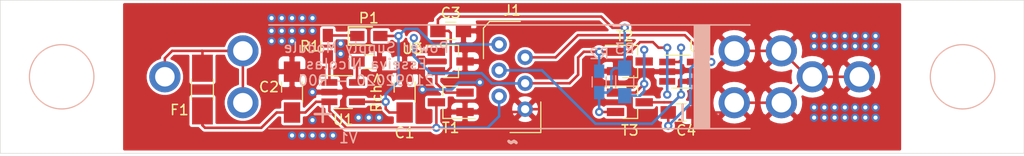
<source format=kicad_pcb>
(kicad_pcb (version 20171130) (host pcbnew "(5.1.6)-1")

  (general
    (thickness 1.6)
    (drawings 8)
    (tracks 233)
    (zones 0)
    (modules 19)
    (nets 13)
  )

  (page A4)
  (title_block
    (title "Charger module")
    (date 2020-09-21)
    (rev 00)
    (company ESN)
    (comment 1 "By EsseivaN")
    (comment 4 "Charger module with power supply SOT23-5")
  )

  (layers
    (0 F.Cu signal)
    (31 B.Cu signal)
    (32 B.Adhes user hide)
    (33 F.Adhes user hide)
    (34 B.Paste user)
    (35 F.Paste user)
    (36 B.SilkS user)
    (37 F.SilkS user)
    (38 B.Mask user hide)
    (39 F.Mask user hide)
    (40 Dwgs.User user hide)
    (41 Cmts.User user)
    (42 Eco1.User user)
    (43 Eco2.User user)
    (44 Edge.Cuts user)
    (45 Margin user)
    (46 B.CrtYd user hide)
    (47 F.CrtYd user)
    (48 B.Fab user hide)
    (49 F.Fab user hide)
  )

  (setup
    (last_trace_width 0.25)
    (trace_clearance 0.2)
    (zone_clearance 0.254)
    (zone_45_only no)
    (trace_min 0.2)
    (via_size 0.8)
    (via_drill 0.4)
    (via_min_size 0.4)
    (via_min_drill 0.3)
    (uvia_size 0.3)
    (uvia_drill 0.1)
    (uvias_allowed no)
    (uvia_min_size 0.2)
    (uvia_min_drill 0.1)
    (edge_width 0.05)
    (segment_width 0.2)
    (pcb_text_width 0.3)
    (pcb_text_size 1.5 1.5)
    (mod_edge_width 0.12)
    (mod_text_size 1 1)
    (mod_text_width 0.15)
    (pad_size 1.524 1.524)
    (pad_drill 0.762)
    (pad_to_mask_clearance 0.05)
    (aux_axis_origin 0 0)
    (grid_origin 150 107.5)
    (visible_elements 7FFFFFFF)
    (pcbplotparams
      (layerselection 0x011f0_ffffffff)
      (usegerberextensions false)
      (usegerberattributes true)
      (usegerberadvancedattributes true)
      (creategerberjobfile true)
      (excludeedgelayer false)
      (linewidth 0.100000)
      (plotframeref true)
      (viasonmask false)
      (mode 1)
      (useauxorigin false)
      (hpglpennumber 1)
      (hpglpenspeed 20)
      (hpglpendiameter 15.000000)
      (psnegative false)
      (psa4output false)
      (plotreference true)
      (plotvalue true)
      (plotinvisibletext false)
      (padsonsilk false)
      (subtractmaskfromsilk false)
      (outputformat 4)
      (mirror false)
      (drillshape 0)
      (scaleselection 1)
      (outputdirectory "Fabrication/PDF"))
  )

  (net 0 "")
  (net 1 /Vin)
  (net 2 GND_ALIM)
  (net 3 /Vch)
  (net 4 "Net-(P1-Pad1)")
  (net 5 "Net-(R1-Pad1)")
  (net 6 "Net-(Rch1-Pad1)")
  (net 7 "Net-(C3-Pad1)")
  (net 8 /VCC_3V3)
  (net 9 "Net-(F1-Pad1)")
  (net 10 /VBAT)
  (net 11 /~RST)
  (net 12 "Net-(R3-Pad2)")

  (net_class Default "This is the default net class."
    (clearance 0.2)
    (trace_width 0.25)
    (via_dia 0.8)
    (via_drill 0.4)
    (uvia_dia 0.3)
    (uvia_drill 0.1)
    (add_net /VBAT)
    (add_net /VCC_3V3)
    (add_net /Vch)
    (add_net /Vin)
    (add_net /~RST)
    (add_net GND_ALIM)
    (add_net "Net-(C3-Pad1)")
    (add_net "Net-(F1-Pad1)")
    (add_net "Net-(P1-Pad1)")
    (add_net "Net-(R1-Pad1)")
    (add_net "Net-(R3-Pad2)")
    (add_net "Net-(Rch1-Pad1)")
  )

  (module EsseivaN_Lib:MicroMatch_6P_Male (layer F.Cu) (tedit 5F61F4E5) (tstamp 5F5FF0AA)
    (at 150 107.5 270)
    (path /5F5CBC19)
    (fp_text reference J1 (at -6.5 0) (layer F.SilkS)
      (effects (font (size 1 1) (thickness 0.15)))
    )
    (fp_text value Connector (at -3.175 -3.53 90) (layer F.Fab)
      (effects (font (size 1 1) (thickness 0.15)))
    )
    (fp_line (start 5.365 -2.8) (end -5.375 -2.8) (layer F.CrtYd) (width 0.12))
    (fp_line (start 5.365 2.8) (end 5.365 -2.8) (layer F.CrtYd) (width 0.12))
    (fp_line (start -5.375 2.8) (end 5.365 2.8) (layer F.CrtYd) (width 0.12))
    (fp_line (start -5.375 -2.8) (end -5.375 2.8) (layer F.CrtYd) (width 0.12))
    (fp_line (start -4.775 2.8) (end -5.425 2.2) (layer F.SilkS) (width 0.12))
    (fp_line (start 5.465 0.2) (end 5.465 -2.8) (layer F.SilkS) (width 0.12))
    (fp_line (start -4.775 2.8) (end -1.775 2.8) (layer F.SilkS) (width 0.12))
    (fp_line (start 2.465 -2.8) (end 5.465 -2.8) (layer F.SilkS) (width 0.12))
    (fp_line (start -5.425 2.2) (end -5.425 -0.8) (layer F.SilkS) (width 0.12))
    (fp_line (start 4.445 2.54) (end -4.445 2.54) (layer F.Fab) (width 0.12))
    (fp_line (start 4.445 -2.54) (end 4.445 2.54) (layer F.Fab) (width 0.12))
    (fp_line (start -4.445 -2.54) (end 4.445 -2.54) (layer F.Fab) (width 0.12))
    (fp_line (start -4.445 2.54) (end -4.445 -2.54) (layer F.Fab) (width 0.12))
    (pad 6 thru_hole circle (at 3.175 -1.27) (size 1.5 1.5) (drill 0.8) (layers *.Cu *.Mask)
      (net 2 GND_ALIM))
    (pad 5 thru_hole circle (at 1.905 1.27) (size 1.5 1.5) (drill 0.8) (layers *.Cu *.Mask)
      (net 3 /Vch))
    (pad 4 thru_hole circle (at 0.635 -1.27) (size 1.5 1.5) (drill 0.8) (layers *.Cu *.Mask)
      (net 11 /~RST))
    (pad 3 thru_hole circle (at -0.635 1.27) (size 1.5 1.5) (drill 0.8) (layers *.Cu *.Mask)
      (net 10 /VBAT))
    (pad 2 thru_hole circle (at -1.905 -1.27) (size 1.5 1.5) (drill 0.8) (layers *.Cu *.Mask)
      (net 8 /VCC_3V3))
    (pad 1 thru_hole circle (at -3.175 1.27) (size 1.5 1.5) (drill 0.8) (layers *.Cu *.Mask)
      (net 1 /Vin))
    (model C:/Workspace/3D/Cad/MicroMatch/c-215464-6-c-3d.stp
      (offset (xyz 0 0 3.6))
      (scale (xyz 1 1 1))
      (rotate (xyz 0 0 180))
    )
  )

  (module EsseivaN_Lib:VIS_M3_88mm locked (layer B.Cu) (tedit 5F6895DC) (tstamp 5F5E54BE)
    (at 150 107.5)
    (descr "Trou diamètre 3.2mm pour vis M3")
    (tags "Perçage M3 3.2mm trou vis")
    (fp_text reference VIS_M3_88mm_space (at 0 -4) (layer B.SilkS) hide
      (effects (font (size 1.524 1.524) (thickness 0.3048)) (justify mirror))
    )
    (fp_text value ~ (at 0 6.35) (layer B.SilkS)
      (effects (font (size 1.524 1.524) (thickness 0.3048)) (justify mirror))
    )
    (fp_circle (center -44 0) (end -40.85 0) (layer B.SilkS) (width 0.12))
    (fp_circle (center -44 0) (end -40 0) (layer B.CrtYd) (width 0.15))
    (fp_circle (center -44 0) (end -40.85 0) (layer B.CrtYd) (width 0.3048))
    (fp_circle (center 44 0) (end 47.15 0) (layer B.SilkS) (width 0.12))
    (fp_circle (center 44 0) (end 47.15 0) (layer B.CrtYd) (width 0.3048))
    (fp_circle (center 44 0) (end 48 0) (layer B.CrtYd) (width 0.15))
    (pad "" np_thru_hole circle (at 44 0) (size 3.4 3.4) (drill 3.4) (layers *.Cu *.Mask))
    (pad "" np_thru_hole circle (at -44 0) (size 3.4 3.4) (drill 3.4) (layers *.Cu *.Mask))
    (model ${KIPRJMOD}/Libraries/modules/packages3d/project/Vis-M3.wrl
      (at (xyz 0 0 0))
      (scale (xyz 1 1 1))
      (rotate (xyz 0 0 0))
    )
  )

  (module EsseivaN_Lib:SOT-23_Handsoldering (layer F.Cu) (tedit 5F5269D8) (tstamp 5F607C77)
    (at 161.5 106)
    (descr "SOT-23, Handsoldering")
    (tags SOT-23)
    (path /5F40185E)
    (attr smd)
    (fp_text reference T2 (at -0.5 -2.5 180) (layer F.SilkS)
      (effects (font (size 1 1) (thickness 0.15)))
    )
    (fp_text value FDN337 (at 0 2.5) (layer F.Fab)
      (effects (font (size 1 1) (thickness 0.15)))
    )
    (fp_line (start 0.76 1.58) (end -0.7 1.58) (layer F.SilkS) (width 0.12))
    (fp_line (start -0.7 1.52) (end 0.7 1.52) (layer F.Fab) (width 0.1))
    (fp_line (start 0.7 -1.52) (end 0.7 1.52) (layer F.Fab) (width 0.1))
    (fp_line (start -0.7 -0.95) (end -0.15 -1.52) (layer F.Fab) (width 0.1))
    (fp_line (start -0.15 -1.52) (end 0.7 -1.52) (layer F.Fab) (width 0.1))
    (fp_line (start -0.7 -0.95) (end -0.7 1.5) (layer F.Fab) (width 0.1))
    (fp_line (start 0.76 -1.58) (end -2.4 -1.58) (layer F.SilkS) (width 0.12))
    (fp_line (start -1.5 1.75) (end -1.5 -1.75) (layer F.CrtYd) (width 0.05))
    (fp_line (start 1.5 1.75) (end -1.5 1.75) (layer F.CrtYd) (width 0.05))
    (fp_line (start 1.5 -1.75) (end 1.5 1.75) (layer F.CrtYd) (width 0.05))
    (fp_line (start -1.5 -1.75) (end 1.5 -1.75) (layer F.CrtYd) (width 0.05))
    (fp_line (start 0.76 -1.58) (end 0.76 -0.65) (layer F.SilkS) (width 0.12))
    (fp_line (start 0.76 1.58) (end 0.76 0.65) (layer F.SilkS) (width 0.12))
    (pad 3 smd rect (at 1.4 0) (size 1.7 0.8) (layers F.Cu F.Paste F.Mask)
      (net 12 "Net-(R3-Pad2)"))
    (pad 2 smd rect (at -1.4 0.95) (size 1.7 0.8) (layers F.Cu F.Paste F.Mask)
      (net 2 GND_ALIM))
    (pad 1 smd rect (at -1.4 -0.95) (size 1.7 0.8) (layers F.Cu F.Paste F.Mask)
      (net 11 /~RST))
    (model ${KISYS3DMOD}/Package_TO_SOT_SMD.3dshapes/SOT-23.step
      (at (xyz 0 0 0))
      (scale (xyz 1 1 1))
      (rotate (xyz 0 0 0))
    )
  )

  (module EsseivaN_Lib:18650_Battery_holder (layer B.Cu) (tedit 5F5D1550) (tstamp 5F529EE0)
    (at 150 107.5)
    (path /5F513772)
    (fp_text reference V1 (at -16 6) (layer B.SilkS)
      (effects (font (size 1 1) (thickness 0.15)) (justify mirror))
    )
    (fp_text value "Li Battery" (at -31 4.5) (layer B.Fab)
      (effects (font (size 1 1) (thickness 0.15)) (justify mirror))
    )
    (fp_line (start -23.76 5.08) (end 23.23 5.08) (layer B.SilkS) (width 0.15))
    (fp_line (start 23.23 -5.08) (end -23.76 -5.08) (layer B.SilkS) (width 0.15))
    (fp_poly (pts (xy 19.304 5.08) (xy 19.304 -5.08) (xy 17.78 -5.08) (xy 17.78 5.08)) (layer B.SilkS) (width 0.1))
    (fp_line (start 36.83 6.985) (end 36.83 -6.985) (layer B.Fab) (width 0.12))
    (fp_line (start 36.83 -6.985) (end -36.83 -6.985) (layer B.Fab) (width 0.12))
    (fp_line (start -36.83 -6.985) (end -36.83 6.985) (layer B.Fab) (width 0.12))
    (fp_line (start -36.83 6.985) (end 36.83 6.985) (layer B.Fab) (width 0.12))
    (fp_line (start -24.13 5.08) (end -36.195 5.08) (layer B.CrtYd) (width 0.12))
    (fp_line (start -36.195 5.08) (end -36.195 -4.445) (layer B.CrtYd) (width 0.12))
    (fp_line (start -36.195 -4.445) (end -36.195 -5.08) (layer B.CrtYd) (width 0.12))
    (fp_line (start -36.195 -5.08) (end -24.13 -5.08) (layer B.CrtYd) (width 0.12))
    (fp_line (start -24.13 -5.08) (end -24.13 5.08) (layer B.CrtYd) (width 0.12))
    (fp_line (start 19.685 5.08) (end 19.685 -5.08) (layer B.CrtYd) (width 0.12))
    (fp_line (start 19.685 -5.08) (end 36.83 -5.08) (layer B.CrtYd) (width 0.12))
    (fp_line (start 36.83 -5.08) (end 36.83 5.08) (layer B.CrtYd) (width 0.12))
    (fp_line (start 36.83 5.08) (end 19.685 5.08) (layer B.CrtYd) (width 0.12))
    (fp_text user - (at 16.5 3.5 -90) (layer B.SilkS)
      (effects (font (size 2.032 2.032) (thickness 0.25)) (justify mirror))
    )
    (fp_text user + (at -18.5 3.5) (layer B.SilkS)
      (effects (font (size 2.032 2.032) (thickness 0.25)) (justify mirror))
    )
    (pad 2 thru_hole circle (at 29.32 0) (size 3.048 3.048) (drill 1.905) (layers *.Cu *.Mask)
      (net 2 GND_ALIM))
    (pad 2 thru_hole circle (at 21.7 -2.54) (size 3.048 3.048) (drill 1.905) (layers *.Cu *.Mask)
      (net 2 GND_ALIM))
    (pad 2 thru_hole circle (at 21.7 2.54) (size 3.048 3.048) (drill 1.905) (layers *.Cu *.Mask)
      (net 2 GND_ALIM))
    (pad 2 thru_hole circle (at 33.92 0) (size 3.048 3.048) (drill 1.905) (layers *.Cu *.Mask)
      (net 2 GND_ALIM))
    (pad 2 thru_hole circle (at 26.3 -2.54) (size 3.048 3.048) (drill 1.905) (layers *.Cu *.Mask)
      (net 2 GND_ALIM))
    (pad 2 thru_hole circle (at 26.3 2.54) (size 3.048 3.048) (drill 1.905) (layers *.Cu *.Mask)
      (net 2 GND_ALIM))
    (pad 1 thru_hole circle (at -26.3 2.54) (size 3.048 3.048) (drill 1.905) (layers *.Cu *.Mask)
      (net 9 "Net-(F1-Pad1)"))
    (pad 1 thru_hole circle (at -26.3 -2.54) (size 3.048 3.048) (drill 1.905) (layers *.Cu *.Mask)
      (net 9 "Net-(F1-Pad1)"))
    (pad 1 thru_hole circle (at -33.92 0) (size 3.048 3.048) (drill 1.905) (layers *.Cu *.Mask)
      (net 9 "Net-(F1-Pad1)"))
    (model C:/Workspace/3D/Cad/Keystone_-_54.step
      (offset (xyz -31 0 0))
      (scale (xyz 1 1 1))
      (rotate (xyz 0 0 0))
    )
    (model C:/Workspace/3D/Cad/Keystone_-_54.step
      (offset (xyz 31 0 0))
      (scale (xyz 1 1 1))
      (rotate (xyz 0 0 180))
    )
    (model C:/Workspace/3D/Cad/Battery18650_18x69.stp
      (offset (xyz 0.5 0 10.25))
      (scale (xyz 1 1 1))
      (rotate (xyz 0 90 0))
    )
  )

  (module EsseivaN_Lib:C_0805_HandSoldering (layer F.Cu) (tedit 5F526A01) (tstamp 5F607BB7)
    (at 144 103)
    (descr "Capacitor SMD 0805, hand soldering")
    (tags "capacitor 0805")
    (path /5F3E0A27)
    (attr smd)
    (fp_text reference C3 (at 0 -1.75) (layer F.SilkS)
      (effects (font (size 1 1) (thickness 0.15)))
    )
    (fp_text value 10uF (at 0 1.75) (layer F.Fab)
      (effects (font (size 1 1) (thickness 0.15)))
    )
    (fp_line (start 2.25 0.87) (end -2.25 0.87) (layer F.CrtYd) (width 0.05))
    (fp_line (start 2.25 0.87) (end 2.25 -0.88) (layer F.CrtYd) (width 0.05))
    (fp_line (start -2.25 -0.88) (end -2.25 0.87) (layer F.CrtYd) (width 0.05))
    (fp_line (start -2.25 -0.88) (end 2.25 -0.88) (layer F.CrtYd) (width 0.05))
    (fp_line (start -0.5 0.85) (end 0.5 0.85) (layer F.SilkS) (width 0.12))
    (fp_line (start 0.5 -0.85) (end -0.5 -0.85) (layer F.SilkS) (width 0.12))
    (fp_line (start -1 -0.62) (end 1 -0.62) (layer F.Fab) (width 0.1))
    (fp_line (start 1 -0.62) (end 1 0.62) (layer F.Fab) (width 0.1))
    (fp_line (start 1 0.62) (end -1 0.62) (layer F.Fab) (width 0.1))
    (fp_line (start -1 0.62) (end -1 -0.62) (layer F.Fab) (width 0.1))
    (fp_text user %R (at 0 -1.75) (layer F.Fab)
      (effects (font (size 1 1) (thickness 0.15)))
    )
    (pad 1 smd rect (at -1.25 0) (size 1.5 1.25) (layers F.Cu F.Paste F.Mask)
      (net 7 "Net-(C3-Pad1)"))
    (pad 2 smd rect (at 1.25 0) (size 1.5 1.25) (layers F.Cu F.Paste F.Mask)
      (net 2 GND_ALIM))
    (model ${KISYS3DMOD}/Capacitor_SMD.3dshapes/C_0805_2012Metric.step
      (at (xyz 0 0 0))
      (scale (xyz 1 1 1))
      (rotate (xyz 0 0 0))
    )
  )

  (module EsseivaN_Lib:SOT-23_Handsoldering (layer F.Cu) (tedit 5F5269D8) (tstamp 5F628AE9)
    (at 144 106)
    (descr "SOT-23, Handsoldering")
    (tags SOT-23)
    (path /5F3F7101)
    (attr smd)
    (fp_text reference U3 (at -3.75 -1.25 180) (layer F.SilkS)
      (effects (font (size 1 1) (thickness 0.15)))
    )
    (fp_text value MCP121 (at 0 2.5) (layer F.Fab)
      (effects (font (size 1 1) (thickness 0.15)))
    )
    (fp_line (start 0.76 1.58) (end -0.7 1.58) (layer F.SilkS) (width 0.12))
    (fp_line (start -0.7 1.52) (end 0.7 1.52) (layer F.Fab) (width 0.1))
    (fp_line (start 0.7 -1.52) (end 0.7 1.52) (layer F.Fab) (width 0.1))
    (fp_line (start -0.7 -0.95) (end -0.15 -1.52) (layer F.Fab) (width 0.1))
    (fp_line (start -0.15 -1.52) (end 0.7 -1.52) (layer F.Fab) (width 0.1))
    (fp_line (start -0.7 -0.95) (end -0.7 1.5) (layer F.Fab) (width 0.1))
    (fp_line (start 0.76 -1.58) (end -2.4 -1.58) (layer F.SilkS) (width 0.12))
    (fp_line (start -1.5 1.75) (end -1.5 -1.75) (layer F.CrtYd) (width 0.05))
    (fp_line (start 1.5 1.75) (end -1.5 1.75) (layer F.CrtYd) (width 0.05))
    (fp_line (start 1.5 -1.75) (end 1.5 1.75) (layer F.CrtYd) (width 0.05))
    (fp_line (start -1.5 -1.75) (end 1.5 -1.75) (layer F.CrtYd) (width 0.05))
    (fp_line (start 0.76 -1.58) (end 0.76 -0.65) (layer F.SilkS) (width 0.12))
    (fp_line (start 0.76 1.58) (end 0.76 0.65) (layer F.SilkS) (width 0.12))
    (pad 3 smd rect (at 1.4 0) (size 1.7 0.8) (layers F.Cu F.Paste F.Mask)
      (net 2 GND_ALIM))
    (pad 2 smd rect (at -1.4 0.95) (size 1.7 0.8) (layers F.Cu F.Paste F.Mask)
      (net 7 "Net-(C3-Pad1)"))
    (pad 1 smd rect (at -1.4 -0.95) (size 1.7 0.8) (layers F.Cu F.Paste F.Mask)
      (net 11 /~RST))
    (model ${KISYS3DMOD}/Package_TO_SOT_SMD.3dshapes/SOT-23.step
      (at (xyz 0 0 0))
      (scale (xyz 1 1 1))
      (rotate (xyz 0 0 0))
    )
  )

  (module EsseivaN_Lib:R_0603_HandSoldering (layer B.Cu) (tedit 5F523E0B) (tstamp 5F5CB17C)
    (at 158.5 108 90)
    (descr "Resistor SMD 0603, hand soldering")
    (tags "resistor 0603")
    (path /5F3F8490)
    (attr smd)
    (fp_text reference R2 (at 2.75 0) (layer B.SilkS)
      (effects (font (size 1 1) (thickness 0.15)) (justify mirror))
    )
    (fp_text value 4k7 (at 0 -1.55 270) (layer B.Fab)
      (effects (font (size 1 1) (thickness 0.15)) (justify mirror))
    )
    (fp_line (start 1.95 -0.7) (end -1.96 -0.7) (layer B.CrtYd) (width 0.05))
    (fp_line (start 1.95 -0.7) (end 1.95 0.7) (layer B.CrtYd) (width 0.05))
    (fp_line (start -1.96 0.7) (end -1.96 -0.7) (layer B.CrtYd) (width 0.05))
    (fp_line (start -1.96 0.7) (end 1.95 0.7) (layer B.CrtYd) (width 0.05))
    (fp_line (start -0.5 0.68) (end 0.5 0.68) (layer B.SilkS) (width 0.12))
    (fp_line (start 0.5 -0.68) (end -0.5 -0.68) (layer B.SilkS) (width 0.12))
    (fp_line (start -0.8 0.4) (end 0.8 0.4) (layer B.Fab) (width 0.1))
    (fp_line (start 0.8 0.4) (end 0.8 -0.4) (layer B.Fab) (width 0.1))
    (fp_line (start 0.8 -0.4) (end -0.8 -0.4) (layer B.Fab) (width 0.1))
    (fp_line (start -0.8 -0.4) (end -0.8 0.4) (layer B.Fab) (width 0.1))
    (pad 1 smd rect (at -1.05 0 90) (size 1.3 1) (layers B.Cu B.Paste B.Mask)
      (net 7 "Net-(C3-Pad1)"))
    (pad 2 smd rect (at 1.05 0 90) (size 1.3 1) (layers B.Cu B.Paste B.Mask)
      (net 11 /~RST))
    (model ${KISYS3DMOD}/Resistor_SMD.3dshapes/R_0603_1608Metric.step
      (at (xyz 0 0 0))
      (scale (xyz 1 1 1))
      (rotate (xyz 0 0 0))
    )
  )

  (module EsseivaN_Lib:SOT-23_Handsoldering (layer F.Cu) (tedit 5F5269D8) (tstamp 5F5CB1AD)
    (at 144 110 180)
    (descr "SOT-23, Handsoldering")
    (tags SOT-23)
    (path /5F4005DE)
    (attr smd)
    (fp_text reference T1 (at 0 -2.5 180) (layer F.SilkS)
      (effects (font (size 1 1) (thickness 0.15)))
    )
    (fp_text value SI2333 (at 0 2.5) (layer F.Fab)
      (effects (font (size 1 1) (thickness 0.15)))
    )
    (fp_line (start 0.76 1.58) (end -0.7 1.58) (layer F.SilkS) (width 0.12))
    (fp_line (start -0.7 1.52) (end 0.7 1.52) (layer F.Fab) (width 0.1))
    (fp_line (start 0.7 -1.52) (end 0.7 1.52) (layer F.Fab) (width 0.1))
    (fp_line (start -0.7 -0.95) (end -0.15 -1.52) (layer F.Fab) (width 0.1))
    (fp_line (start -0.15 -1.52) (end 0.7 -1.52) (layer F.Fab) (width 0.1))
    (fp_line (start -0.7 -0.95) (end -0.7 1.5) (layer F.Fab) (width 0.1))
    (fp_line (start 0.76 -1.58) (end -2.4 -1.58) (layer F.SilkS) (width 0.12))
    (fp_line (start -1.5 1.75) (end -1.5 -1.75) (layer F.CrtYd) (width 0.05))
    (fp_line (start 1.5 1.75) (end -1.5 1.75) (layer F.CrtYd) (width 0.05))
    (fp_line (start 1.5 -1.75) (end 1.5 1.75) (layer F.CrtYd) (width 0.05))
    (fp_line (start -1.5 -1.75) (end 1.5 -1.75) (layer F.CrtYd) (width 0.05))
    (fp_line (start 0.76 -1.58) (end 0.76 -0.65) (layer F.SilkS) (width 0.12))
    (fp_line (start 0.76 1.58) (end 0.76 0.65) (layer F.SilkS) (width 0.12))
    (pad 3 smd rect (at 1.4 0 180) (size 1.7 0.8) (layers F.Cu F.Paste F.Mask)
      (net 3 /Vch))
    (pad 2 smd rect (at -1.4 0.95 180) (size 1.7 0.8) (layers F.Cu F.Paste F.Mask)
      (net 7 "Net-(C3-Pad1)"))
    (pad 1 smd rect (at -1.4 -0.95 180) (size 1.7 0.8) (layers F.Cu F.Paste F.Mask)
      (net 2 GND_ALIM))
    (model ${KISYS3DMOD}/Package_TO_SOT_SMD.3dshapes/SOT-23.step
      (at (xyz 0 0 0))
      (scale (xyz 1 1 1))
      (rotate (xyz 0 0 0))
    )
  )

  (module EsseivaN_Lib:R_0805_HandSoldering (layer B.Cu) (tedit 5F526A20) (tstamp 5F607C14)
    (at 161 108 270)
    (descr "Resistor SMD 0805, hand soldering")
    (tags "resistor 0805")
    (path /5F5241CC)
    (attr smd)
    (fp_text reference R3 (at -3.25 0 180) (layer B.SilkS)
      (effects (font (size 1 1) (thickness 0.15)) (justify mirror))
    )
    (fp_text value 100k (at 0 -1.75 270) (layer B.Fab)
      (effects (font (size 1 1) (thickness 0.15)) (justify mirror))
    )
    (fp_line (start -1 -0.62) (end -1 0.62) (layer B.Fab) (width 0.1))
    (fp_line (start 1 -0.62) (end -1 -0.62) (layer B.Fab) (width 0.1))
    (fp_line (start 1 0.62) (end 1 -0.62) (layer B.Fab) (width 0.1))
    (fp_line (start -1 0.62) (end 1 0.62) (layer B.Fab) (width 0.1))
    (fp_line (start 0.6 -0.88) (end -0.6 -0.88) (layer B.SilkS) (width 0.12))
    (fp_line (start -0.6 0.88) (end 0.6 0.88) (layer B.SilkS) (width 0.12))
    (fp_line (start -2.35 0.9) (end 2.35 0.9) (layer B.CrtYd) (width 0.05))
    (fp_line (start -2.35 0.9) (end -2.35 -0.9) (layer B.CrtYd) (width 0.05))
    (fp_line (start 2.35 -0.9) (end 2.35 0.9) (layer B.CrtYd) (width 0.05))
    (fp_line (start 2.35 -0.9) (end -2.35 -0.9) (layer B.CrtYd) (width 0.05))
    (pad 2 smd rect (at 1.35 0 270) (size 1.5 1.3) (layers B.Cu B.Paste B.Mask)
      (net 12 "Net-(R3-Pad2)"))
    (pad 1 smd rect (at -1.35 0 270) (size 1.5 1.3) (layers B.Cu B.Paste B.Mask)
      (net 7 "Net-(C3-Pad1)"))
    (model ${KISYS3DMOD}/Resistor_SMD.3dshapes/R_0805_2012Metric.step
      (at (xyz 0 0 0))
      (scale (xyz 1 1 1))
      (rotate (xyz 0 0 0))
    )
  )

  (module EsseivaN_Lib:SOT-23_Handsoldering (layer F.Cu) (tedit 5F5269D8) (tstamp 5F5CB1E6)
    (at 161.5 110)
    (descr "SOT-23, Handsoldering")
    (tags SOT-23)
    (path /5F3FF331)
    (attr smd)
    (fp_text reference T3 (at 0 2.75) (layer F.SilkS)
      (effects (font (size 1 1) (thickness 0.15)))
    )
    (fp_text value SI2333 (at 0 2.5 180) (layer F.Fab)
      (effects (font (size 1 1) (thickness 0.15)))
    )
    (fp_line (start 0.76 1.58) (end -0.7 1.58) (layer F.SilkS) (width 0.12))
    (fp_line (start -0.7 1.52) (end 0.7 1.52) (layer F.Fab) (width 0.1))
    (fp_line (start 0.7 -1.52) (end 0.7 1.52) (layer F.Fab) (width 0.1))
    (fp_line (start -0.7 -0.95) (end -0.15 -1.52) (layer F.Fab) (width 0.1))
    (fp_line (start -0.15 -1.52) (end 0.7 -1.52) (layer F.Fab) (width 0.1))
    (fp_line (start -0.7 -0.95) (end -0.7 1.5) (layer F.Fab) (width 0.1))
    (fp_line (start 0.76 -1.58) (end -2.4 -1.58) (layer F.SilkS) (width 0.12))
    (fp_line (start -1.5 1.75) (end -1.5 -1.75) (layer F.CrtYd) (width 0.05))
    (fp_line (start 1.5 1.75) (end -1.5 1.75) (layer F.CrtYd) (width 0.05))
    (fp_line (start 1.5 -1.75) (end 1.5 1.75) (layer F.CrtYd) (width 0.05))
    (fp_line (start -1.5 -1.75) (end 1.5 -1.75) (layer F.CrtYd) (width 0.05))
    (fp_line (start 0.76 -1.58) (end 0.76 -0.65) (layer F.SilkS) (width 0.12))
    (fp_line (start 0.76 1.58) (end 0.76 0.65) (layer F.SilkS) (width 0.12))
    (pad 3 smd rect (at 1.4 0) (size 1.7 0.8) (layers F.Cu F.Paste F.Mask)
      (net 10 /VBAT))
    (pad 2 smd rect (at -1.4 0.95) (size 1.7 0.8) (layers F.Cu F.Paste F.Mask)
      (net 7 "Net-(C3-Pad1)"))
    (pad 1 smd rect (at -1.4 -0.95) (size 1.7 0.8) (layers F.Cu F.Paste F.Mask)
      (net 12 "Net-(R3-Pad2)"))
    (model ${KISYS3DMOD}/Package_TO_SOT_SMD.3dshapes/SOT-23.step
      (at (xyz 0 0 0))
      (scale (xyz 1 1 1))
      (rotate (xyz 0 0 0))
    )
  )

  (module EsseivaN_Lib:C_0805_HandSoldering (layer F.Cu) (tedit 5F526A01) (tstamp 5F5CB285)
    (at 166.5 111)
    (descr "Capacitor SMD 0805, hand soldering")
    (tags "capacitor 0805")
    (path /5F539944)
    (attr smd)
    (fp_text reference C4 (at 0.5 1.75) (layer F.SilkS)
      (effects (font (size 1 1) (thickness 0.15)))
    )
    (fp_text value 100nF (at 0 1.75) (layer F.Fab)
      (effects (font (size 1 1) (thickness 0.15)))
    )
    (fp_line (start 2.25 0.87) (end -2.25 0.87) (layer F.CrtYd) (width 0.05))
    (fp_line (start 2.25 0.87) (end 2.25 -0.88) (layer F.CrtYd) (width 0.05))
    (fp_line (start -2.25 -0.88) (end -2.25 0.87) (layer F.CrtYd) (width 0.05))
    (fp_line (start -2.25 -0.88) (end 2.25 -0.88) (layer F.CrtYd) (width 0.05))
    (fp_line (start -0.5 0.85) (end 0.5 0.85) (layer F.SilkS) (width 0.12))
    (fp_line (start 0.5 -0.85) (end -0.5 -0.85) (layer F.SilkS) (width 0.12))
    (fp_line (start -1 -0.62) (end 1 -0.62) (layer F.Fab) (width 0.1))
    (fp_line (start 1 -0.62) (end 1 0.62) (layer F.Fab) (width 0.1))
    (fp_line (start 1 0.62) (end -1 0.62) (layer F.Fab) (width 0.1))
    (fp_line (start -1 0.62) (end -1 -0.62) (layer F.Fab) (width 0.1))
    (fp_text user %R (at 0 -1.75) (layer F.Fab)
      (effects (font (size 1 1) (thickness 0.15)))
    )
    (pad 1 smd rect (at -1.25 0) (size 1.5 1.25) (layers F.Cu F.Paste F.Mask)
      (net 8 /VCC_3V3))
    (pad 2 smd rect (at 1.25 0) (size 1.5 1.25) (layers F.Cu F.Paste F.Mask)
      (net 2 GND_ALIM))
    (model ${KISYS3DMOD}/Capacitor_SMD.3dshapes/C_0805_2012Metric.step
      (at (xyz 0 0 0))
      (scale (xyz 1 1 1))
      (rotate (xyz 0 0 0))
    )
  )

  (module EsseivaN_Lib:SOT-23-5_HandSoldering (layer F.Cu) (tedit 5F523E6F) (tstamp 5F5CB24D)
    (at 166.5 107)
    (descr "5-pin SOT23 package")
    (tags "SOT-23-5 hand-soldering")
    (path /5F409A59)
    (attr smd)
    (fp_text reference U2 (at 1.75 -2.5 180) (layer F.SilkS)
      (effects (font (size 1 1) (thickness 0.15)))
    )
    (fp_text value "NCP114 3V3" (at 0 2.9) (layer F.Fab)
      (effects (font (size 1 1) (thickness 0.15)))
    )
    (fp_line (start -0.9 1.61) (end 0.9 1.61) (layer F.SilkS) (width 0.12))
    (fp_line (start 0.9 -1.61) (end -1.55 -1.61) (layer F.SilkS) (width 0.12))
    (fp_line (start -0.9 -0.9) (end -0.25 -1.55) (layer F.Fab) (width 0.1))
    (fp_line (start 0.9 -1.55) (end -0.25 -1.55) (layer F.Fab) (width 0.1))
    (fp_line (start -0.9 -0.9) (end -0.9 1.55) (layer F.Fab) (width 0.1))
    (fp_line (start 0.9 1.55) (end -0.9 1.55) (layer F.Fab) (width 0.1))
    (fp_line (start 0.9 -1.55) (end 0.9 1.55) (layer F.Fab) (width 0.1))
    (fp_line (start -2.38 -1.8) (end 2.38 -1.8) (layer F.CrtYd) (width 0.05))
    (fp_line (start -2.38 -1.8) (end -2.38 1.8) (layer F.CrtYd) (width 0.05))
    (fp_line (start 2.38 1.8) (end 2.38 -1.8) (layer F.CrtYd) (width 0.05))
    (fp_line (start 2.38 1.8) (end -2.38 1.8) (layer F.CrtYd) (width 0.05))
    (fp_text user %R (at 0 0 90) (layer F.Fab)
      (effects (font (size 0.5 0.5) (thickness 0.075)))
    )
    (pad 5 smd rect (at 1.35 -0.95) (size 1.56 0.65) (layers F.Cu F.Paste F.Mask)
      (net 8 /VCC_3V3))
    (pad 4 smd rect (at 1.35 0.95) (size 1.56 0.65) (layers F.Cu F.Paste F.Mask)
      (net 2 GND_ALIM))
    (pad 3 smd rect (at -1.35 0.95) (size 1.56 0.65) (layers F.Cu F.Paste F.Mask)
      (net 11 /~RST))
    (pad 2 smd rect (at -1.35 0) (size 1.56 0.65) (layers F.Cu F.Paste F.Mask)
      (net 2 GND_ALIM))
    (pad 1 smd rect (at -1.35 -0.95) (size 1.56 0.65) (layers F.Cu F.Paste F.Mask)
      (net 10 /VBAT))
    (model ${KISYS3DMOD}/Package_TO_SOT_SMD.3dshapes/SOT-23-5.step
      (at (xyz 0 0 0))
      (scale (xyz 1 1 1))
      (rotate (xyz 0 0 0))
    )
  )

  (module EsseivaN_Lib:C_1206_HandSoldering (layer F.Cu) (tedit 5F523E31) (tstamp 5F52A07B)
    (at 128.5 109 90)
    (descr "Capacitor SMD 1206, hand soldering")
    (tags "capacitor 1206")
    (path /5F4D688D)
    (attr smd)
    (fp_text reference C2 (at 0.5 -2.25) (layer F.SilkS)
      (effects (font (size 1 1) (thickness 0.15)))
    )
    (fp_text value 4.7uF (at 0 2 90) (layer F.Fab)
      (effects (font (size 1 1) (thickness 0.15)))
    )
    (fp_line (start -1.6 0.8) (end -1.6 -0.8) (layer F.Fab) (width 0.1))
    (fp_line (start 1.6 0.8) (end -1.6 0.8) (layer F.Fab) (width 0.1))
    (fp_line (start 1.6 -0.8) (end 1.6 0.8) (layer F.Fab) (width 0.1))
    (fp_line (start -1.6 -0.8) (end 1.6 -0.8) (layer F.Fab) (width 0.1))
    (fp_line (start 1 -1.02) (end 0 -1.02) (layer F.SilkS) (width 0.12))
    (fp_line (start -1 1.02) (end 1 1.02) (layer F.SilkS) (width 0.12))
    (fp_line (start -3.25 -1.05) (end 3.25 -1.05) (layer F.CrtYd) (width 0.05))
    (fp_line (start -3.25 -1.05) (end -3.25 1.05) (layer F.CrtYd) (width 0.05))
    (fp_line (start 3.25 1.05) (end 3.25 -1.05) (layer F.CrtYd) (width 0.05))
    (fp_line (start 3.25 1.05) (end -3.25 1.05) (layer F.CrtYd) (width 0.05))
    (fp_text user %R (at 0 -1.75 90) (layer F.Fab)
      (effects (font (size 1 1) (thickness 0.15)))
    )
    (pad 1 smd rect (at -2 0 90) (size 2 1.6) (layers F.Cu F.Paste F.Mask)
      (net 3 /Vch))
    (pad 2 smd rect (at 2 0 90) (size 2 1.6) (layers F.Cu F.Paste F.Mask)
      (net 2 GND_ALIM))
    (model ${KISYS3DMOD}/Capacitor_SMD.3dshapes/C_1206_3216Metric.step
      (at (xyz 0 0 0))
      (scale (xyz 1 1 1))
      (rotate (xyz 0 0 0))
    )
  )

  (module EsseivaN_Lib:C_1206_HandSoldering (layer F.Cu) (tedit 5F523E31) (tstamp 5F4D1076)
    (at 139.5 109 90)
    (descr "Capacitor SMD 1206, hand soldering")
    (tags "capacitor 1206")
    (path /5F4CEB6A)
    (attr smd)
    (fp_text reference C1 (at -4 0) (layer F.SilkS)
      (effects (font (size 1 1) (thickness 0.15)))
    )
    (fp_text value 4.7uF (at 0 2 90) (layer F.Fab)
      (effects (font (size 1 1) (thickness 0.15)))
    )
    (fp_line (start -1.6 0.8) (end -1.6 -0.8) (layer F.Fab) (width 0.1))
    (fp_line (start 1.6 0.8) (end -1.6 0.8) (layer F.Fab) (width 0.1))
    (fp_line (start 1.6 -0.8) (end 1.6 0.8) (layer F.Fab) (width 0.1))
    (fp_line (start -1.6 -0.8) (end 1.6 -0.8) (layer F.Fab) (width 0.1))
    (fp_line (start 1 -1.02) (end 0 -1.02) (layer F.SilkS) (width 0.12))
    (fp_line (start -1 1.02) (end 1 1.02) (layer F.SilkS) (width 0.12))
    (fp_line (start -3.25 -1.05) (end 3.25 -1.05) (layer F.CrtYd) (width 0.05))
    (fp_line (start -3.25 -1.05) (end -3.25 1.05) (layer F.CrtYd) (width 0.05))
    (fp_line (start 3.25 1.05) (end 3.25 -1.05) (layer F.CrtYd) (width 0.05))
    (fp_line (start 3.25 1.05) (end -3.25 1.05) (layer F.CrtYd) (width 0.05))
    (fp_text user %R (at 0 -1.75 90) (layer F.Fab)
      (effects (font (size 1 1) (thickness 0.15)))
    )
    (pad 1 smd rect (at -2 0 90) (size 2 1.6) (layers F.Cu F.Paste F.Mask)
      (net 1 /Vin))
    (pad 2 smd rect (at 2 0 90) (size 2 1.6) (layers F.Cu F.Paste F.Mask)
      (net 2 GND_ALIM))
    (model ${KISYS3DMOD}/Capacitor_SMD.3dshapes/C_1206_3216Metric.step
      (at (xyz 0 0 0))
      (scale (xyz 1 1 1))
      (rotate (xyz 0 0 0))
    )
  )

  (module EsseivaN_Lib:D_0603_HandSoldering (layer F.Cu) (tedit 5F5E5F45) (tstamp 5F4D1D91)
    (at 136 103.5)
    (descr "Capacitor SMD 0603, hand soldering")
    (tags "capacitor 0603")
    (path /5F4D155E)
    (attr smd)
    (fp_text reference P1 (at 0 -1.75) (layer F.SilkS)
      (effects (font (size 1 1) (thickness 0.15)))
    )
    (fp_text value 1V8 (at -0.2 1.8) (layer F.Fab)
      (effects (font (size 1 1) (thickness 0.15)))
    )
    (fp_line (start 1.8 0.65) (end -1.8 0.65) (layer F.CrtYd) (width 0.05))
    (fp_line (start 1.8 0.65) (end 1.8 -0.65) (layer F.CrtYd) (width 0.05))
    (fp_line (start -1.8 -0.65) (end -1.8 0.65) (layer F.CrtYd) (width 0.05))
    (fp_line (start -1.8 -0.65) (end 1.8 -0.65) (layer F.CrtYd) (width 0.05))
    (fp_line (start 0.4 -0.4) (end 0.4 0.4) (layer F.Fab) (width 0.15))
    (fp_line (start -0.45 0) (end 0.4 -0.4) (layer F.Fab) (width 0.15))
    (fp_line (start 0.4 0.45) (end -0.45 0) (layer F.Fab) (width 0.15))
    (fp_line (start -0.45 -0.4) (end -0.45 0.45) (layer F.Fab) (width 0.15))
    (fp_line (start -2 -0.9) (end 0.35 -0.9) (layer F.SilkS) (width 0.15))
    (fp_line (start -2 0.9) (end 0.3 0.9) (layer F.SilkS) (width 0.15))
    (fp_line (start -0.1 0.9) (end -0.05 0.9) (layer F.SilkS) (width 0.15))
    (fp_line (start -2 -0.9) (end -2 0.9) (layer F.SilkS) (width 0.15))
    (pad 2 smd rect (at 1.125 0) (size 1.4 1) (layers F.Cu F.Paste F.Mask)
      (net 1 /Vin))
    (pad 1 smd rect (at -1.125 0) (size 1.4 1) (layers F.Cu F.Paste F.Mask)
      (net 4 "Net-(P1-Pad1)"))
    (model ${KISYS3DMOD}/LED_SMD.3dshapes/LED_0603_1608Metric.step
      (at (xyz 0 0 0))
      (scale (xyz 1 1 1))
      (rotate (xyz 0 0 0))
    )
  )

  (module EsseivaN_Lib:R_0603_HandSoldering (layer F.Cu) (tedit 5F523E0B) (tstamp 5F4D0A8D)
    (at 132 104.5 90)
    (descr "Resistor SMD 0603, hand soldering")
    (tags "resistor 0603")
    (path /5F4D25BB)
    (attr smd)
    (fp_text reference R1 (at 0 -1.75) (layer F.SilkS)
      (effects (font (size 1 1) (thickness 0.15)))
    )
    (fp_text value 3k3 (at 0 1.55 90) (layer F.Fab)
      (effects (font (size 1 1) (thickness 0.15)))
    )
    (fp_line (start 1.95 0.7) (end -1.96 0.7) (layer F.CrtYd) (width 0.05))
    (fp_line (start 1.95 0.7) (end 1.95 -0.7) (layer F.CrtYd) (width 0.05))
    (fp_line (start -1.96 -0.7) (end -1.96 0.7) (layer F.CrtYd) (width 0.05))
    (fp_line (start -1.96 -0.7) (end 1.95 -0.7) (layer F.CrtYd) (width 0.05))
    (fp_line (start -0.5 -0.68) (end 0.5 -0.68) (layer F.SilkS) (width 0.12))
    (fp_line (start 0.5 0.68) (end -0.5 0.68) (layer F.SilkS) (width 0.12))
    (fp_line (start -0.8 -0.4) (end 0.8 -0.4) (layer F.Fab) (width 0.1))
    (fp_line (start 0.8 -0.4) (end 0.8 0.4) (layer F.Fab) (width 0.1))
    (fp_line (start 0.8 0.4) (end -0.8 0.4) (layer F.Fab) (width 0.1))
    (fp_line (start -0.8 0.4) (end -0.8 -0.4) (layer F.Fab) (width 0.1))
    (pad 1 smd rect (at -1.05 0 90) (size 1.3 1) (layers F.Cu F.Paste F.Mask)
      (net 5 "Net-(R1-Pad1)"))
    (pad 2 smd rect (at 1.05 0 90) (size 1.3 1) (layers F.Cu F.Paste F.Mask)
      (net 4 "Net-(P1-Pad1)"))
    (model ${KISYS3DMOD}/Resistor_SMD.3dshapes/R_0603_1608Metric.step
      (at (xyz 0 0 0))
      (scale (xyz 1 1 1))
      (rotate (xyz 0 0 0))
    )
  )

  (module EsseivaN_Lib:R_0603_HandSoldering (layer F.Cu) (tedit 5F523E0B) (tstamp 5F4D0879)
    (at 136 106)
    (descr "Resistor SMD 0603, hand soldering")
    (tags "resistor 0603")
    (path /5F4D478D)
    (attr smd)
    (fp_text reference Rch> (at 0.75 3 270) (layer F.SilkS)
      (effects (font (size 1 1) (thickness 0.15)))
    )
    (fp_text value 3k9 (at 0 1.55) (layer F.Fab)
      (effects (font (size 1 1) (thickness 0.15)))
    )
    (fp_line (start 1.95 0.7) (end -1.96 0.7) (layer F.CrtYd) (width 0.05))
    (fp_line (start 1.95 0.7) (end 1.95 -0.7) (layer F.CrtYd) (width 0.05))
    (fp_line (start -1.96 -0.7) (end -1.96 0.7) (layer F.CrtYd) (width 0.05))
    (fp_line (start -1.96 -0.7) (end 1.95 -0.7) (layer F.CrtYd) (width 0.05))
    (fp_line (start -0.5 -0.68) (end 0.5 -0.68) (layer F.SilkS) (width 0.12))
    (fp_line (start 0.5 0.68) (end -0.5 0.68) (layer F.SilkS) (width 0.12))
    (fp_line (start -0.8 -0.4) (end 0.8 -0.4) (layer F.Fab) (width 0.1))
    (fp_line (start 0.8 -0.4) (end 0.8 0.4) (layer F.Fab) (width 0.1))
    (fp_line (start 0.8 0.4) (end -0.8 0.4) (layer F.Fab) (width 0.1))
    (fp_line (start -0.8 0.4) (end -0.8 -0.4) (layer F.Fab) (width 0.1))
    (pad 1 smd rect (at -1.05 0) (size 1.3 1) (layers F.Cu F.Paste F.Mask)
      (net 6 "Net-(Rch1-Pad1)"))
    (pad 2 smd rect (at 1.05 0) (size 1.3 1) (layers F.Cu F.Paste F.Mask)
      (net 2 GND_ALIM))
    (model ${KISYS3DMOD}/Resistor_SMD.3dshapes/R_0603_1608Metric.step
      (at (xyz 0 0 0))
      (scale (xyz 1 1 1))
      (rotate (xyz 0 0 0))
    )
  )

  (module EsseivaN_Lib:SOT-23-5_HandSoldering (layer F.Cu) (tedit 5F523E6F) (tstamp 5F4D0D0C)
    (at 133.5 109)
    (descr "5-pin SOT23 package")
    (tags "SOT-23-5 hand-soldering")
    (path /5F4D0090)
    (attr smd)
    (fp_text reference U1 (at 0 2.7) (layer F.SilkS)
      (effects (font (size 1 1) (thickness 0.15)))
    )
    (fp_text value MCP73832 (at 0 2.9) (layer F.Fab)
      (effects (font (size 1 1) (thickness 0.15)))
    )
    (fp_line (start -0.9 1.61) (end 0.9 1.61) (layer F.SilkS) (width 0.12))
    (fp_line (start 0.9 -1.61) (end -1.55 -1.61) (layer F.SilkS) (width 0.12))
    (fp_line (start -0.9 -0.9) (end -0.25 -1.55) (layer F.Fab) (width 0.1))
    (fp_line (start 0.9 -1.55) (end -0.25 -1.55) (layer F.Fab) (width 0.1))
    (fp_line (start -0.9 -0.9) (end -0.9 1.55) (layer F.Fab) (width 0.1))
    (fp_line (start 0.9 1.55) (end -0.9 1.55) (layer F.Fab) (width 0.1))
    (fp_line (start 0.9 -1.55) (end 0.9 1.55) (layer F.Fab) (width 0.1))
    (fp_line (start -2.38 -1.8) (end 2.38 -1.8) (layer F.CrtYd) (width 0.05))
    (fp_line (start -2.38 -1.8) (end -2.38 1.8) (layer F.CrtYd) (width 0.05))
    (fp_line (start 2.38 1.8) (end 2.38 -1.8) (layer F.CrtYd) (width 0.05))
    (fp_line (start 2.38 1.8) (end -2.38 1.8) (layer F.CrtYd) (width 0.05))
    (fp_text user %R (at 0 0 90) (layer F.Fab)
      (effects (font (size 0.5 0.5) (thickness 0.075)))
    )
    (pad 5 smd rect (at 1.35 -0.95) (size 1.56 0.65) (layers F.Cu F.Paste F.Mask)
      (net 6 "Net-(Rch1-Pad1)"))
    (pad 4 smd rect (at 1.35 0.95) (size 1.56 0.65) (layers F.Cu F.Paste F.Mask)
      (net 1 /Vin))
    (pad 3 smd rect (at -1.35 0.95) (size 1.56 0.65) (layers F.Cu F.Paste F.Mask)
      (net 3 /Vch))
    (pad 2 smd rect (at -1.35 0) (size 1.56 0.65) (layers F.Cu F.Paste F.Mask)
      (net 2 GND_ALIM))
    (pad 1 smd rect (at -1.35 -0.95) (size 1.56 0.65) (layers F.Cu F.Paste F.Mask)
      (net 5 "Net-(R1-Pad1)"))
    (model ${KISYS3DMOD}/Package_TO_SOT_SMD.3dshapes/SOT-23-5.step
      (at (xyz 0 0 0))
      (scale (xyz 1 1 1))
      (rotate (xyz 0 0 0))
    )
  )

  (module EsseivaN_Lib:Fuse_SMD1206_HandSoldering (layer F.Cu) (tedit 5CC57DC8) (tstamp 5F5271D4)
    (at 119.75 108.75 270)
    (descr "Fuse, Sicherung, SMD1206, Littlefuse-Wickmann 433 Series, Hand Soldering,")
    (tags "Fuse Sicherung SMD1206 Littlefuse-Wickmann 433 Series Hand Soldering ")
    (path /5F3F134F)
    (attr smd)
    (fp_text reference F1 (at 2 2.25) (layer F.SilkS)
      (effects (font (size 1 1) (thickness 0.15)))
    )
    (fp_text value 630mA (at -0.15 2.5 270) (layer F.Fab)
      (effects (font (size 1 1) (thickness 0.15)))
    )
    (fp_line (start -1.6 0.8) (end -1.6 -0.8) (layer F.Fab) (width 0.1))
    (fp_line (start 1.6 0.8) (end -1.6 0.8) (layer F.Fab) (width 0.1))
    (fp_line (start 1.6 -0.8) (end 1.6 0.8) (layer F.Fab) (width 0.1))
    (fp_line (start -1.6 -0.8) (end 1.6 -0.8) (layer F.Fab) (width 0.1))
    (fp_line (start 1 1.07) (end -1 1.07) (layer F.SilkS) (width 0.12))
    (fp_line (start -1 -1.07) (end 1 -1.07) (layer F.SilkS) (width 0.12))
    (fp_line (start -3.35 -1.58) (end 3.35 -1.58) (layer F.CrtYd) (width 0.05))
    (fp_line (start -3.35 -1.58) (end -3.35 1.58) (layer F.CrtYd) (width 0.05))
    (fp_line (start 3.35 1.58) (end 3.35 -1.58) (layer F.CrtYd) (width 0.05))
    (fp_line (start 3.35 1.58) (end -3.35 1.58) (layer F.CrtYd) (width 0.05))
    (pad 1 smd rect (at -2.09 0) (size 2.03 2.65) (layers F.Cu F.Paste F.Mask)
      (net 9 "Net-(F1-Pad1)"))
    (pad 2 smd rect (at 2.09 0) (size 2.03 2.65) (layers F.Cu F.Paste F.Mask)
      (net 3 /Vch))
    (model ${KISYS3DMOD}/Resistor_SMD.3dshapes/R_1206_3216Metric.step
      (at (xyz 0 0 0))
      (scale (xyz 1 1 1))
      (rotate (xyz 0 0 0))
    )
  )

  (dimension 88 (width 0.15) (layer Dwgs.User) (tstamp 5F5CECEA)
    (gr_text "88,000 mm" (at 150 102.200001) (layer Dwgs.User) (tstamp 5F5CECEA)
      (effects (font (size 1 1) (thickness 0.15)))
    )
    (feature1 (pts (xy 106 114.5) (xy 106 102.91358)))
    (feature2 (pts (xy 194 114.5) (xy 194 102.91358)))
    (crossbar (pts (xy 194 103.500001) (xy 106 103.500001)))
    (arrow1a (pts (xy 106 103.500001) (xy 107.126504 102.91358)))
    (arrow1b (pts (xy 106 103.500001) (xy 107.126504 104.086422)))
    (arrow2a (pts (xy 194 103.500001) (xy 192.873496 102.91358)))
    (arrow2b (pts (xy 194 103.500001) (xy 192.873496 104.086422)))
  )
  (dimension 88 (width 0.15) (layer Dwgs.User)
    (gr_text "88,000 mm" (at 150 95.200001) (layer Dwgs.User)
      (effects (font (size 1 1) (thickness 0.15)))
    )
    (feature1 (pts (xy 106 107.5) (xy 106 95.91358)))
    (feature2 (pts (xy 194 107.5) (xy 194 95.91358)))
    (crossbar (pts (xy 194 96.500001) (xy 106 96.500001)))
    (arrow1a (pts (xy 106 96.500001) (xy 107.126504 95.91358)))
    (arrow1b (pts (xy 106 96.500001) (xy 107.126504 97.086422)))
    (arrow2a (pts (xy 194 96.500001) (xy 192.873496 95.91358)))
    (arrow2b (pts (xy 194 96.500001) (xy 192.873496 97.086422)))
  )
  (dimension 100 (width 0.15) (layer Dwgs.User)
    (gr_text "100,000 mm" (at 150 91.200001) (layer Dwgs.User)
      (effects (font (size 1 1) (thickness 0.15)))
    )
    (feature1 (pts (xy 100 99.5) (xy 100 91.91358)))
    (feature2 (pts (xy 200 99.5) (xy 200 91.91358)))
    (crossbar (pts (xy 200 92.500001) (xy 100 92.500001)))
    (arrow1a (pts (xy 100 92.500001) (xy 101.126504 91.91358)))
    (arrow1b (pts (xy 100 92.500001) (xy 101.126504 93.086422)))
    (arrow2a (pts (xy 200 92.500001) (xy 198.873496 91.91358)))
    (arrow2b (pts (xy 200 92.500001) (xy 198.873496 93.086422)))
  )
  (gr_text "Power Supply Module\nEsseiva Nicolas\n21092020 - R00" (at 135.75 106.25) (layer B.SilkS)
    (effects (font (size 1 1) (thickness 0.15)) (justify mirror))
  )
  (gr_line (start 200 115) (end 200 100) (layer Edge.Cuts) (width 0.05) (tstamp 5F525843))
  (gr_line (start 100 115) (end 200 115) (layer Edge.Cuts) (width 0.05))
  (gr_line (start 100 100) (end 100 115) (layer Edge.Cuts) (width 0.05))
  (gr_line (start 200 100) (end 100 100) (layer Edge.Cuts) (width 0.05))

  (segment (start 136.75 109.95) (end 134.85 109.95) (width 0.25) (layer F.Cu) (net 1) (status 20))
  (via (at 138.9 103.5) (size 0.8) (drill 0.4) (layers F.Cu B.Cu) (net 1))
  (segment (start 137.125 103.5) (end 138.9 103.5) (width 0.25) (layer F.Cu) (net 1))
  (segment (start 138.9 103.5) (end 138.9 107.95) (width 0.25) (layer B.Cu) (net 1))
  (via (at 137.65 109.95) (size 0.8) (drill 0.4) (layers F.Cu B.Cu) (net 1))
  (segment (start 138.9 107.95) (end 137.65 109.2) (width 0.25) (layer B.Cu) (net 1))
  (segment (start 137.65 109.2) (end 137.65 109.95) (width 0.25) (layer B.Cu) (net 1))
  (segment (start 137.65 109.95) (end 136.75 109.95) (width 0.25) (layer F.Cu) (net 1))
  (segment (start 137.65 109.95) (end 137.65 110.65) (width 0.25) (layer F.Cu) (net 1))
  (segment (start 138 111) (end 139.5 111) (width 0.25) (layer F.Cu) (net 1))
  (segment (start 137.65 110.65) (end 138 111) (width 0.25) (layer F.Cu) (net 1))
  (segment (start 138.9 103.5) (end 139.6 102.8) (width 0.25) (layer B.Cu) (net 1))
  (segment (start 139.6 102.8) (end 140.75 102.8) (width 0.25) (layer B.Cu) (net 1))
  (segment (start 142.275 104.325) (end 148.73 104.325) (width 0.25) (layer B.Cu) (net 1))
  (segment (start 140.75 102.8) (end 142.275 104.325) (width 0.25) (layer B.Cu) (net 1))
  (via (at 126.5 103) (size 0.8) (drill 0.4) (layers F.Cu B.Cu) (net 2))
  (via (at 127.5 103) (size 0.8) (drill 0.4) (layers F.Cu B.Cu) (net 2))
  (via (at 128.5 103) (size 0.8) (drill 0.4) (layers F.Cu B.Cu) (net 2))
  (via (at 129.5 103) (size 0.8) (drill 0.4) (layers F.Cu B.Cu) (net 2))
  (via (at 130.5 103) (size 0.8) (drill 0.4) (layers F.Cu B.Cu) (net 2))
  (via (at 126.5 104) (size 0.8) (drill 0.4) (layers F.Cu B.Cu) (net 2))
  (via (at 127.5 104) (size 0.8) (drill 0.4) (layers F.Cu B.Cu) (net 2))
  (via (at 128.5 104) (size 0.8) (drill 0.4) (layers F.Cu B.Cu) (net 2))
  (segment (start 132.15 109) (end 136.4 109) (width 0.25) (layer F.Cu) (net 2) (status 10))
  (segment (start 136.4 109) (end 137.05 108.35) (width 0.25) (layer F.Cu) (net 2))
  (segment (start 137.1 107) (end 137.05 106.95) (width 0.25) (layer F.Cu) (net 2))
  (segment (start 139.5 107) (end 137.1 107) (width 0.25) (layer F.Cu) (net 2) (status 10))
  (segment (start 137.05 106) (end 137.05 106.95) (width 0.25) (layer F.Cu) (net 2) (status 10))
  (segment (start 137.05 106.95) (end 137.05 108.35) (width 0.25) (layer F.Cu) (net 2))
  (segment (start 171.7 104.96) (end 176.3 104.96) (width 0.25) (layer F.Cu) (net 2) (status 30))
  (segment (start 176.3 104.96) (end 178.84 107.5) (width 0.25) (layer F.Cu) (net 2) (status 30))
  (segment (start 179.32 107.5) (end 183.92 107.5) (width 0.25) (layer F.Cu) (net 2) (status 30))
  (segment (start 171.7 110.04) (end 176.3 110.04) (width 0.25) (layer F.Cu) (net 2) (status 30))
  (segment (start 178.84 107.5) (end 179.32 107.5) (width 0.25) (layer F.Cu) (net 2) (status 30))
  (segment (start 176.3 110.04) (end 178.84 107.5) (width 0.25) (layer F.Cu) (net 2) (status 30))
  (segment (start 160.15 107) (end 160.1 106.95) (width 0.25) (layer F.Cu) (net 2) (tstamp 5F5CB2D9))
  (segment (start 165.15 107) (end 160.15 107) (width 0.25) (layer F.Cu) (net 2) (tstamp 5F5CB2C1))
  (segment (start 165.15 107) (end 167.6 107) (width 0.25) (layer F.Cu) (net 2) (tstamp 5F5CB38A))
  (segment (start 167.85 107.25) (end 167.85 107.95) (width 0.25) (layer F.Cu) (net 2) (tstamp 5F5CB38D))
  (segment (start 167.6 107) (end 167.85 107.25) (width 0.25) (layer F.Cu) (net 2) (tstamp 5F5CB37E))
  (segment (start 167.75 108.05) (end 167.85 107.95) (width 0.25) (layer F.Cu) (net 2))
  (segment (start 167.75 111) (end 167.75 108.05) (width 0.25) (layer F.Cu) (net 2))
  (segment (start 132.15 109) (end 129.2 109) (width 0.25) (layer F.Cu) (net 2))
  (segment (start 128.5 108.3) (end 128.5 107) (width 0.25) (layer F.Cu) (net 2))
  (segment (start 129.2 109) (end 128.5 108.3) (width 0.25) (layer F.Cu) (net 2))
  (via (at 135 111.5) (size 0.8) (drill 0.4) (layers F.Cu B.Cu) (net 2) (tstamp 5F5CEA56))
  (via (at 130.5 109) (size 0.8) (drill 0.4) (layers F.Cu B.Cu) (net 2) (tstamp 5F5CEA5D))
  (via (at 136 111.5) (size 0.8) (drill 0.4) (layers F.Cu B.Cu) (net 2) (tstamp 5F5CEAAC))
  (via (at 137 111.5) (size 0.8) (drill 0.4) (layers F.Cu B.Cu) (net 2) (tstamp 5F5CEAAE))
  (via (at 133.25 105.25) (size 0.8) (drill 0.4) (layers F.Cu B.Cu) (net 2) (tstamp 5F5CEB1D))
  (via (at 133.25 104.25) (size 0.8) (drill 0.4) (layers F.Cu B.Cu) (net 2) (tstamp 5F5CEB1F))
  (via (at 130.5 111.75) (size 0.8) (drill 0.4) (layers F.Cu B.Cu) (net 2) (tstamp 5F5CEB65))
  (via (at 130.5 113.25) (size 0.8) (drill 0.4) (layers F.Cu B.Cu) (net 2) (tstamp 5F5CEBAE))
  (via (at 131.5 113.25) (size 0.8) (drill 0.4) (layers F.Cu B.Cu) (net 2) (tstamp 5F5CEBB0))
  (via (at 132.5 113.25) (size 0.8) (drill 0.4) (layers F.Cu B.Cu) (net 2) (tstamp 5F5CEBB2))
  (via (at 129.5 113.25) (size 0.8) (drill 0.4) (layers F.Cu B.Cu) (net 2) (tstamp 5F5CEBBA))
  (via (at 128.5 113.25) (size 0.8) (drill 0.4) (layers F.Cu B.Cu) (net 2) (tstamp 5F5CEBBC))
  (via (at 126.5 101.75) (size 0.8) (drill 0.4) (layers F.Cu B.Cu) (net 2) (tstamp 5F5CEBBE))
  (via (at 127.5 101.75) (size 0.8) (drill 0.4) (layers F.Cu B.Cu) (net 2) (tstamp 5F5CEBC0))
  (via (at 128.5 101.75) (size 0.8) (drill 0.4) (layers F.Cu B.Cu) (net 2) (tstamp 5F5CEBC2))
  (via (at 129.5 101.75) (size 0.8) (drill 0.4) (layers F.Cu B.Cu) (net 2) (tstamp 5F5CEBC4))
  (via (at 130.5 101.75) (size 0.8) (drill 0.4) (layers F.Cu B.Cu) (net 2) (tstamp 5F5CEBC6))
  (via (at 179.5 103.5) (size 0.8) (drill 0.4) (layers F.Cu B.Cu) (net 2) (tstamp 5F5CEC9C))
  (via (at 180.5 103.5) (size 0.8) (drill 0.4) (layers F.Cu B.Cu) (net 2) (tstamp 5F5CEC9E))
  (via (at 181.5 103.5) (size 0.8) (drill 0.4) (layers F.Cu B.Cu) (net 2) (tstamp 5F5CECA0))
  (via (at 182.5 103.5) (size 0.8) (drill 0.4) (layers F.Cu B.Cu) (net 2) (tstamp 5F5CECA2))
  (via (at 183.5 103.5) (size 0.8) (drill 0.4) (layers F.Cu B.Cu) (net 2) (tstamp 5F5CECA4))
  (via (at 184.5 103.5) (size 0.8) (drill 0.4) (layers F.Cu B.Cu) (net 2) (tstamp 5F5CECA6))
  (via (at 185.5 103.5) (size 0.8) (drill 0.4) (layers F.Cu B.Cu) (net 2) (tstamp 5F5CECA8))
  (via (at 181.5 104.5) (size 0.8) (drill 0.4) (layers F.Cu B.Cu) (net 2) (tstamp 5F5CECAA))
  (via (at 182.5 104.5) (size 0.8) (drill 0.4) (layers F.Cu B.Cu) (net 2) (tstamp 5F5CECAC))
  (via (at 183.5 104.5) (size 0.8) (drill 0.4) (layers F.Cu B.Cu) (net 2) (tstamp 5F5CECAE))
  (via (at 184.5 104.5) (size 0.8) (drill 0.4) (layers F.Cu B.Cu) (net 2) (tstamp 5F5CECB0))
  (via (at 185.5 104.5) (size 0.8) (drill 0.4) (layers F.Cu B.Cu) (net 2) (tstamp 5F5CECB2))
  (via (at 180.5 104.5) (size 0.8) (drill 0.4) (layers F.Cu B.Cu) (net 2) (tstamp 5F5CECB4))
  (via (at 179.5 104.5) (size 0.8) (drill 0.4) (layers F.Cu B.Cu) (net 2) (tstamp 5F5CECB6))
  (via (at 183.5 110.5) (size 0.8) (drill 0.4) (layers F.Cu B.Cu) (net 2) (tstamp 5F5CECEC))
  (via (at 185.5 111.5) (size 0.8) (drill 0.4) (layers F.Cu B.Cu) (net 2) (tstamp 5F5CECED))
  (via (at 182.5 110.5) (size 0.8) (drill 0.4) (layers F.Cu B.Cu) (net 2) (tstamp 5F5CECEE))
  (via (at 184.5 111.5) (size 0.8) (drill 0.4) (layers F.Cu B.Cu) (net 2) (tstamp 5F5CECEF))
  (via (at 183.5 111.5) (size 0.8) (drill 0.4) (layers F.Cu B.Cu) (net 2) (tstamp 5F5CECF0))
  (via (at 184.5 110.5) (size 0.8) (drill 0.4) (layers F.Cu B.Cu) (net 2) (tstamp 5F5CECF1))
  (via (at 180.5 110.5) (size 0.8) (drill 0.4) (layers F.Cu B.Cu) (net 2) (tstamp 5F5CECF2))
  (via (at 182.5 111.5) (size 0.8) (drill 0.4) (layers F.Cu B.Cu) (net 2) (tstamp 5F5CECF3))
  (via (at 180.5 111.5) (size 0.8) (drill 0.4) (layers F.Cu B.Cu) (net 2) (tstamp 5F5CECF4))
  (via (at 181.5 110.5) (size 0.8) (drill 0.4) (layers F.Cu B.Cu) (net 2) (tstamp 5F5CECF5))
  (via (at 181.5 111.5) (size 0.8) (drill 0.4) (layers F.Cu B.Cu) (net 2) (tstamp 5F5CECF6))
  (via (at 179.5 111.5) (size 0.8) (drill 0.4) (layers F.Cu B.Cu) (net 2) (tstamp 5F5CECF7))
  (via (at 179.5 110.5) (size 0.8) (drill 0.4) (layers F.Cu B.Cu) (net 2) (tstamp 5F5CECF8))
  (via (at 185.5 110.5) (size 0.8) (drill 0.4) (layers F.Cu B.Cu) (net 2) (tstamp 5F5CECF9))
  (segment (start 170.74 111) (end 171.7 110.04) (width 0.25) (layer F.Cu) (net 2))
  (segment (start 167.75 111) (end 170.74 111) (width 0.25) (layer F.Cu) (net 2))
  (segment (start 145.4 110.95) (end 146.5 110.95) (width 0.25) (layer F.Cu) (net 2))
  (segment (start 146.5 110.95) (end 146.9 110.55) (width 0.25) (layer F.Cu) (net 2))
  (segment (start 146.55 103) (end 145.25 103) (width 0.25) (layer F.Cu) (net 2))
  (segment (start 146.9 103.35) (end 146.55 103) (width 0.25) (layer F.Cu) (net 2))
  (segment (start 145.4 106) (end 146.9 106) (width 0.25) (layer F.Cu) (net 2))
  (segment (start 146.9 106) (end 146.9 103.35) (width 0.25) (layer F.Cu) (net 2))
  (segment (start 139.5 107) (end 139.5 107.2) (width 0.25) (layer F.Cu) (net 2))
  (segment (start 146.9 110.55) (end 146.9 108.1) (width 0.25) (layer F.Cu) (net 2))
  (segment (start 146.9 108.1) (end 146.9 106) (width 0.25) (layer F.Cu) (net 2))
  (segment (start 139.5 107) (end 139.5 108.4) (width 0.25) (layer F.Cu) (net 2))
  (segment (start 139.5 108.4) (end 139.5 108.45) (width 0.25) (layer F.Cu) (net 2))
  (via (at 141.25 108.75) (size 0.8) (drill 0.4) (layers F.Cu B.Cu) (net 2))
  (segment (start 139.5 108.45) (end 139.8 108.75) (width 0.25) (layer F.Cu) (net 2))
  (segment (start 139.8 108.75) (end 141.25 108.75) (width 0.25) (layer F.Cu) (net 2))
  (segment (start 141.25 108.75) (end 144.1 108.75) (width 0.25) (layer B.Cu) (net 2))
  (via (at 146.85 108.05) (size 0.8) (drill 0.4) (layers F.Cu B.Cu) (net 2))
  (segment (start 144.1 108.75) (end 144.8 108.05) (width 0.25) (layer B.Cu) (net 2))
  (segment (start 144.8 108.05) (end 146.85 108.05) (width 0.25) (layer B.Cu) (net 2))
  (segment (start 150.995 110.95) (end 151.27 110.675) (width 0.25) (layer F.Cu) (net 2))
  (segment (start 145.4 110.95) (end 150.995 110.95) (width 0.25) (layer F.Cu) (net 2))
  (segment (start 151.27 110.675) (end 155.575 110.675) (width 0.25) (layer F.Cu) (net 2))
  (segment (start 155.575 110.675) (end 157.4 108.85) (width 0.25) (layer F.Cu) (net 2))
  (segment (start 157.4 107.95) (end 158.4 106.95) (width 0.25) (layer F.Cu) (net 2))
  (segment (start 157.4 108.85) (end 157.4 107.95) (width 0.25) (layer F.Cu) (net 2))
  (segment (start 160.1 106.95) (end 158.4 106.95) (width 0.25) (layer F.Cu) (net 2))
  (segment (start 130.85 109.95) (end 129.8 111) (width 0.25) (layer F.Cu) (net 3))
  (segment (start 132.15 109.95) (end 130.85 109.95) (width 0.25) (layer F.Cu) (net 3) (status 10))
  (segment (start 129.8 111) (end 128.5 111) (width 0.25) (layer F.Cu) (net 3) (status 20))
  (segment (start 127.05 111) (end 128.5 111) (width 0.25) (layer F.Cu) (net 3) (status 20))
  (segment (start 127 111) (end 127.05 111) (width 0.25) (layer F.Cu) (net 3))
  (segment (start 126 112) (end 127 111) (width 0.25) (layer F.Cu) (net 3))
  (segment (start 119.75 110.84) (end 119.75 112.25) (width 0.25) (layer F.Cu) (net 3) (status 10))
  (segment (start 119.75 112.25) (end 120 112.5) (width 0.25) (layer F.Cu) (net 3))
  (segment (start 125.5 112.5) (end 126 112) (width 0.25) (layer F.Cu) (net 3))
  (segment (start 120 112.5) (end 125.5 112.5) (width 0.25) (layer F.Cu) (net 3))
  (via (at 142.6 112.5) (size 0.8) (drill 0.4) (layers F.Cu B.Cu) (net 3))
  (segment (start 142.6 110) (end 142.6 112.5) (width 0.25) (layer F.Cu) (net 3))
  (segment (start 132.15 110.85) (end 132.15 109.95) (width 0.25) (layer F.Cu) (net 3))
  (segment (start 142.6 112.5) (end 133.8 112.5) (width 0.25) (layer F.Cu) (net 3))
  (segment (start 133.8 112.5) (end 132.15 110.85) (width 0.25) (layer F.Cu) (net 3))
  (segment (start 142.6 112.5) (end 147.6 112.5) (width 0.25) (layer B.Cu) (net 3))
  (segment (start 148.73 111.37) (end 148.73 109.405) (width 0.25) (layer B.Cu) (net 3))
  (segment (start 147.6 112.5) (end 148.73 111.37) (width 0.25) (layer B.Cu) (net 3))
  (segment (start 134.825 103.45) (end 134.875 103.5) (width 0.25) (layer F.Cu) (net 4) (status 30))
  (segment (start 132 103.45) (end 134.825 103.45) (width 0.25) (layer F.Cu) (net 4) (status 30))
  (segment (start 132.15 105.7) (end 132 105.55) (width 0.25) (layer F.Cu) (net 5) (status 30))
  (segment (start 132.15 108.05) (end 132.15 105.7) (width 0.25) (layer F.Cu) (net 5) (status 30))
  (segment (start 134.85 106.1) (end 134.95 106) (width 0.25) (layer F.Cu) (net 6) (status 30))
  (segment (start 134.85 108.05) (end 134.85 106.1) (width 0.25) (layer F.Cu) (net 6) (status 30))
  (segment (start 161 106.65) (end 160 106.65) (width 0.25) (layer B.Cu) (net 7) (tstamp 5F5CB306))
  (segment (start 160 106.65) (end 159.7 106.95) (width 0.25) (layer B.Cu) (net 7) (tstamp 5F5CB309))
  (segment (start 159.7 106.95) (end 159.7 108.65) (width 0.25) (layer B.Cu) (net 7) (tstamp 5F5CB30F))
  (segment (start 159.3 109.05) (end 158.5 109.05) (width 0.25) (layer B.Cu) (net 7) (tstamp 5F5CB30C))
  (segment (start 159.7 108.65) (end 159.3 109.05) (width 0.25) (layer B.Cu) (net 7) (tstamp 5F5CB303))
  (via (at 158.5 110.95) (size 0.8) (drill 0.4) (layers F.Cu B.Cu) (net 7) (tstamp 5F5CB3B1))
  (segment (start 160.1 110.95) (end 158.5 110.95) (width 0.25) (layer F.Cu) (net 7) (tstamp 5F5CB2B2))
  (segment (start 158.5 110.95) (end 158.5 109.05) (width 0.25) (layer B.Cu) (net 7) (tstamp 5F5CB2C7))
  (segment (start 142.6 106.95) (end 142.6 108.15) (width 0.25) (layer F.Cu) (net 7))
  (segment (start 143.5 109.05) (end 145.4 109.05) (width 0.25) (layer F.Cu) (net 7))
  (segment (start 142.6 108.15) (end 143.5 109.05) (width 0.25) (layer F.Cu) (net 7))
  (segment (start 143.65 106.95) (end 142.6 106.95) (width 0.25) (layer F.Cu) (net 7))
  (segment (start 144 106.6) (end 143.65 106.95) (width 0.25) (layer F.Cu) (net 7))
  (segment (start 144 103.2) (end 144 106.6) (width 0.25) (layer F.Cu) (net 7))
  (segment (start 142.75 103) (end 143.8 103) (width 0.25) (layer F.Cu) (net 7))
  (segment (start 143.8 103) (end 144 103.2) (width 0.25) (layer F.Cu) (net 7))
  (segment (start 142.75 103) (end 142.75 101.9) (width 0.25) (layer F.Cu) (net 7))
  (segment (start 142.75 101.9) (end 143.05 101.6) (width 0.25) (layer F.Cu) (net 7))
  (segment (start 143.05 101.6) (end 158.7 101.6) (width 0.25) (layer F.Cu) (net 7))
  (via (at 161 102.7) (size 0.8) (drill 0.4) (layers F.Cu B.Cu) (net 7))
  (segment (start 158.7 101.6) (end 159.8 102.7) (width 0.25) (layer F.Cu) (net 7))
  (segment (start 159.8 102.7) (end 161 102.7) (width 0.25) (layer F.Cu) (net 7))
  (segment (start 161 102.7) (end 161 106.65) (width 0.25) (layer B.Cu) (net 7))
  (via (at 169.45 106.05) (size 0.8) (drill 0.4) (layers F.Cu B.Cu) (net 8) (tstamp 5F5CB3C3))
  (segment (start 167.85 106.05) (end 169.45 106.05) (width 0.25) (layer F.Cu) (net 8) (tstamp 5F5CB2BB))
  (via (at 165.25 112.3) (size 0.8) (drill 0.4) (layers F.Cu B.Cu) (net 8))
  (segment (start 165.25 111) (end 165.25 112.3) (width 0.25) (layer F.Cu) (net 8))
  (segment (start 165.25 112.3) (end 167.4 110.15) (width 0.25) (layer B.Cu) (net 8))
  (segment (start 167.4 110.15) (end 167.4 106.7) (width 0.25) (layer B.Cu) (net 8))
  (segment (start 168.05 106.05) (end 169.45 106.05) (width 0.25) (layer B.Cu) (net 8))
  (segment (start 167.4 106.7) (end 168.05 106.05) (width 0.25) (layer B.Cu) (net 8))
  (segment (start 166.875001 103.425001) (end 167.85 104.4) (width 0.25) (layer F.Cu) (net 8))
  (segment (start 156.424999 103.425001) (end 166.875001 103.425001) (width 0.25) (layer F.Cu) (net 8))
  (segment (start 151.27 105.595) (end 154.255 105.595) (width 0.25) (layer F.Cu) (net 8))
  (segment (start 167.85 104.4) (end 167.85 106.05) (width 0.25) (layer F.Cu) (net 8))
  (segment (start 154.255 105.595) (end 156.424999 103.425001) (width 0.25) (layer F.Cu) (net 8))
  (segment (start 123.7 110.04) (end 123.7 104.96) (width 0.25) (layer F.Cu) (net 9) (status 30))
  (segment (start 116.08 107.5) (end 116.08 105.67) (width 0.25) (layer F.Cu) (net 9) (status 10))
  (segment (start 116.08 105.67) (end 116.79 104.96) (width 0.25) (layer F.Cu) (net 9))
  (segment (start 119.75 105) (end 119.71 104.96) (width 0.25) (layer F.Cu) (net 9))
  (segment (start 119.75 106.66) (end 119.75 105) (width 0.25) (layer F.Cu) (net 9) (status 10))
  (segment (start 116.79 104.96) (end 119.71 104.96) (width 0.25) (layer F.Cu) (net 9))
  (segment (start 119.71 104.96) (end 123.7 104.96) (width 0.25) (layer F.Cu) (net 9) (status 20))
  (segment (start 165.15 106.05) (end 166.3 106.05) (width 0.25) (layer F.Cu) (net 10) (tstamp 5F5CB2BE))
  (segment (start 166.3 106.05) (end 166.5 105.85) (width 0.25) (layer F.Cu) (net 10) (tstamp 5F5CB2D3))
  (via (at 166.5 104.65) (size 0.8) (drill 0.4) (layers F.Cu B.Cu) (net 10) (tstamp 5F5CB3C6))
  (segment (start 166.5 105.85) (end 166.5 104.65) (width 0.25) (layer F.Cu) (net 10) (tstamp 5F5CB2B8))
  (via (at 166.5 109.25) (size 0.8) (drill 0.4) (layers F.Cu B.Cu) (net 10))
  (segment (start 164.85 110) (end 165.75 110) (width 0.25) (layer F.Cu) (net 10))
  (segment (start 164.85 110) (end 162.9 110) (width 0.25) (layer F.Cu) (net 10))
  (segment (start 165.75 110) (end 166.5 109.25) (width 0.25) (layer F.Cu) (net 10))
  (segment (start 166.5 104.65) (end 166.5 109.25) (width 0.25) (layer B.Cu) (net 10))
  (segment (start 163.65 112.1) (end 166.5 109.25) (width 0.25) (layer B.Cu) (net 10))
  (segment (start 158.15 112.1) (end 163.65 112.1) (width 0.25) (layer B.Cu) (net 10))
  (segment (start 152.915 106.865) (end 158.15 112.1) (width 0.25) (layer B.Cu) (net 10))
  (segment (start 148.73 106.865) (end 152.915 106.865) (width 0.25) (layer B.Cu) (net 10))
  (segment (start 165.15 107.95) (end 165.15 109.25) (width 0.25) (layer F.Cu) (net 11) (tstamp 5F5CB2E5))
  (via (at 165.15 109.25) (size 0.8) (drill 0.4) (layers F.Cu B.Cu) (net 11) (tstamp 5F5CB3C9))
  (via (at 165.15 104.65) (size 0.8) (drill 0.4) (layers F.Cu B.Cu) (net 11) (tstamp 5F5CB3B7))
  (segment (start 165.15 109.25) (end 165.15 104.65) (width 0.25) (layer B.Cu) (net 11) (tstamp 5F5CB2E8))
  (segment (start 165.15 104.65) (end 164.3 104.65) (width 0.25) (layer F.Cu) (net 11) (tstamp 5F5CB2DF))
  (segment (start 164.3 104.65) (end 163.75 104.1) (width 0.25) (layer F.Cu) (net 11) (tstamp 5F5CB2DC))
  (segment (start 163.75 104.1) (end 162.5 104.1) (width 0.25) (layer F.Cu) (net 11) (tstamp 5F5CB2E2))
  (segment (start 161.55 105.05) (end 160.1 105.05) (width 0.25) (layer F.Cu) (net 11) (tstamp 5F5CB2B5))
  (segment (start 162.5 104.1) (end 161.55 105.05) (width 0.25) (layer F.Cu) (net 11) (tstamp 5F5CB2D0))
  (segment (start 142.6 105.05) (end 140.85 105.05) (width 0.25) (layer F.Cu) (net 11))
  (via (at 140.4 103.7) (size 0.8) (drill 0.4) (layers F.Cu B.Cu) (net 11))
  (segment (start 140.85 105.05) (end 140.4 104.6) (width 0.25) (layer F.Cu) (net 11))
  (segment (start 140.4 104.6) (end 140.4 103.7) (width 0.25) (layer F.Cu) (net 11))
  (segment (start 140.4 103.7) (end 140.4 105.5) (width 0.25) (layer B.Cu) (net 11))
  (segment (start 140.4 105.5) (end 142.05 107.15) (width 0.25) (layer B.Cu) (net 11))
  (segment (start 147.023002 107.15) (end 148.023002 108.15) (width 0.25) (layer B.Cu) (net 11))
  (segment (start 142.05 107.15) (end 147.023002 107.15) (width 0.25) (layer B.Cu) (net 11))
  (segment (start 151.255 108.15) (end 151.27 108.135) (width 0.25) (layer B.Cu) (net 11))
  (segment (start 148.023002 108.15) (end 151.255 108.15) (width 0.25) (layer B.Cu) (net 11))
  (segment (start 151.27 108.135) (end 155.615 108.135) (width 0.25) (layer F.Cu) (net 11))
  (segment (start 155.615 108.135) (end 156.45 107.3) (width 0.25) (layer F.Cu) (net 11))
  (segment (start 156.45 107.3) (end 156.45 105.6) (width 0.25) (layer F.Cu) (net 11))
  (segment (start 156.45 105.6) (end 157 105.05) (width 0.25) (layer F.Cu) (net 11))
  (via (at 158.5 105.05) (size 0.8) (drill 0.4) (layers F.Cu B.Cu) (net 11))
  (segment (start 157 105.05) (end 158.5 105.05) (width 0.25) (layer F.Cu) (net 11))
  (segment (start 158.5 106.95) (end 158.5 105.05) (width 0.25) (layer B.Cu) (net 11))
  (segment (start 158.5 105.05) (end 160.1 105.05) (width 0.25) (layer F.Cu) (net 11))
  (via (at 162.9 108.2) (size 0.8) (drill 0.4) (layers F.Cu B.Cu) (net 12) (tstamp 5F5CB3A8))
  (segment (start 162.05 109.05) (end 162.9 108.2) (width 0.25) (layer F.Cu) (net 12) (tstamp 5F5CB16B))
  (segment (start 160.1 109.05) (end 162.05 109.05) (width 0.25) (layer F.Cu) (net 12) (tstamp 5F5CB3E4))
  (segment (start 162.9 108.95) (end 162.9 108.2) (width 0.25) (layer B.Cu) (net 12) (tstamp 5F5CB168))
  (segment (start 162.5 109.35) (end 162.9 108.95) (width 0.25) (layer B.Cu) (net 12) (tstamp 5F5CB3D5))
  (segment (start 161 109.35) (end 162.5 109.35) (width 0.25) (layer B.Cu) (net 12) (tstamp 5F5CB3D2))
  (via (at 162.9 104.85) (size 0.8) (drill 0.4) (layers F.Cu B.Cu) (net 12) (tstamp 5F5CB3C0))
  (segment (start 162.9 106) (end 162.9 104.85) (width 0.25) (layer F.Cu) (net 12) (tstamp 5F5CB2EB))
  (segment (start 162.9 104.85) (end 162.9 108.2) (width 0.25) (layer B.Cu) (net 12) (tstamp 5F5CB2C4))

  (zone (net 2) (net_name GND_ALIM) (layer F.Cu) (tstamp 5F689961) (hatch edge 0.508)
    (connect_pads (clearance 0.254))
    (min_thickness 0.254)
    (fill yes (arc_segments 32) (thermal_gap 0.508) (thermal_bridge_width 0.508))
    (polygon
      (pts
        (xy 200 115) (xy 100 115) (xy 100 100) (xy 200 100)
      )
    )
    (filled_polygon
      (pts
        (xy 187.873 114.594) (xy 112.127 114.594) (xy 112.127 109.515) (xy 118.352157 109.515) (xy 118.352157 112.165)
        (xy 118.359513 112.239689) (xy 118.381299 112.311508) (xy 118.416678 112.377696) (xy 118.464289 112.435711) (xy 118.522304 112.483322)
        (xy 118.588492 112.518701) (xy 118.660311 112.540487) (xy 118.735 112.547843) (xy 119.339851 112.547843) (xy 119.390474 112.609527)
        (xy 119.409781 112.625372) (xy 119.624624 112.840215) (xy 119.640473 112.859527) (xy 119.717521 112.922759) (xy 119.805425 112.969745)
        (xy 119.878607 112.991944) (xy 119.900806 112.998678) (xy 119.910694 112.999652) (xy 119.975146 113.006) (xy 119.975153 113.006)
        (xy 119.999999 113.008447) (xy 120.024845 113.006) (xy 125.475154 113.006) (xy 125.5 113.008447) (xy 125.524846 113.006)
        (xy 125.524854 113.006) (xy 125.599193 112.998678) (xy 125.694575 112.969745) (xy 125.782479 112.922759) (xy 125.859527 112.859527)
        (xy 125.875376 112.840215) (xy 126.37537 112.340222) (xy 126.375374 112.340217) (xy 127.209592 111.506) (xy 127.317157 111.506)
        (xy 127.317157 112) (xy 127.324513 112.074689) (xy 127.346299 112.146508) (xy 127.381678 112.212696) (xy 127.429289 112.270711)
        (xy 127.487304 112.318322) (xy 127.553492 112.353701) (xy 127.625311 112.375487) (xy 127.7 112.382843) (xy 129.3 112.382843)
        (xy 129.374689 112.375487) (xy 129.446508 112.353701) (xy 129.512696 112.318322) (xy 129.570711 112.270711) (xy 129.618322 112.212696)
        (xy 129.653701 112.146508) (xy 129.675487 112.074689) (xy 129.682843 112) (xy 129.682843 111.506) (xy 129.775154 111.506)
        (xy 129.8 111.508447) (xy 129.824846 111.506) (xy 129.824854 111.506) (xy 129.899193 111.498678) (xy 129.994575 111.469745)
        (xy 130.082479 111.422759) (xy 130.159527 111.359527) (xy 130.175376 111.340215) (xy 131.043394 110.472198) (xy 131.051678 110.487696)
        (xy 131.099289 110.545711) (xy 131.157304 110.593322) (xy 131.223492 110.628701) (xy 131.295311 110.650487) (xy 131.37 110.657843)
        (xy 131.644 110.657843) (xy 131.644 110.825153) (xy 131.641553 110.85) (xy 131.644 110.874846) (xy 131.644 110.874853)
        (xy 131.651322 110.949192) (xy 131.680255 111.044574) (xy 131.727241 111.132479) (xy 131.790473 111.209527) (xy 131.809785 111.225376)
        (xy 133.424628 112.84022) (xy 133.440473 112.859527) (xy 133.517521 112.922759) (xy 133.605425 112.969745) (xy 133.678607 112.991944)
        (xy 133.700806 112.998678) (xy 133.710694 112.999652) (xy 133.775146 113.006) (xy 133.775153 113.006) (xy 133.799999 113.008447)
        (xy 133.824845 113.006) (xy 142.001499 113.006) (xy 142.102141 113.106642) (xy 142.230058 113.192113) (xy 142.372191 113.250987)
        (xy 142.523078 113.281) (xy 142.676922 113.281) (xy 142.827809 113.250987) (xy 142.969942 113.192113) (xy 143.097859 113.106642)
        (xy 143.206642 112.997859) (xy 143.292113 112.869942) (xy 143.350987 112.727809) (xy 143.381 112.576922) (xy 143.381 112.423078)
        (xy 143.350987 112.272191) (xy 143.292113 112.130058) (xy 143.206642 112.002141) (xy 143.106 111.901499) (xy 143.106 111.35)
        (xy 143.911928 111.35) (xy 143.924188 111.474482) (xy 143.960498 111.59418) (xy 144.019463 111.704494) (xy 144.098815 111.801185)
        (xy 144.195506 111.880537) (xy 144.30582 111.939502) (xy 144.425518 111.975812) (xy 144.55 111.988072) (xy 145.11425 111.985)
        (xy 145.273 111.82625) (xy 145.273 111.077) (xy 145.527 111.077) (xy 145.527 111.82625) (xy 145.68575 111.985)
        (xy 146.25 111.988072) (xy 146.374482 111.975812) (xy 146.49418 111.939502) (xy 146.604494 111.880537) (xy 146.701185 111.801185)
        (xy 146.780537 111.704494) (xy 146.81929 111.631993) (xy 150.492612 111.631993) (xy 150.558137 111.87086) (xy 150.805116 111.98676)
        (xy 151.06996 112.05225) (xy 151.342492 112.064812) (xy 151.612238 112.023965) (xy 151.868832 111.931277) (xy 151.981863 111.87086)
        (xy 152.047388 111.631993) (xy 151.27 110.854605) (xy 150.492612 111.631993) (xy 146.81929 111.631993) (xy 146.839502 111.59418)
        (xy 146.875812 111.474482) (xy 146.888072 111.35) (xy 146.885 111.23575) (xy 146.72625 111.077) (xy 145.527 111.077)
        (xy 145.273 111.077) (xy 144.07375 111.077) (xy 143.915 111.23575) (xy 143.911928 111.35) (xy 143.106 111.35)
        (xy 143.106 110.782843) (xy 143.45 110.782843) (xy 143.524689 110.775487) (xy 143.596508 110.753701) (xy 143.662696 110.718322)
        (xy 143.720711 110.670711) (xy 143.768322 110.612696) (xy 143.801834 110.55) (xy 143.911928 110.55) (xy 143.915 110.66425)
        (xy 144.07375 110.823) (xy 145.273 110.823) (xy 145.273 110.07375) (xy 145.527 110.07375) (xy 145.527 110.823)
        (xy 146.72625 110.823) (xy 146.801758 110.747492) (xy 149.880188 110.747492) (xy 149.921035 111.017238) (xy 150.013723 111.273832)
        (xy 150.07414 111.386863) (xy 150.313007 111.452388) (xy 151.090395 110.675) (xy 151.449605 110.675) (xy 152.226993 111.452388)
        (xy 152.46586 111.386863) (xy 152.58176 111.139884) (xy 152.64725 110.87504) (xy 152.64734 110.873078) (xy 157.719 110.873078)
        (xy 157.719 111.026922) (xy 157.749013 111.177809) (xy 157.807887 111.319942) (xy 157.893358 111.447859) (xy 158.002141 111.556642)
        (xy 158.130058 111.642113) (xy 158.272191 111.700987) (xy 158.423078 111.731) (xy 158.576922 111.731) (xy 158.727809 111.700987)
        (xy 158.869942 111.642113) (xy 158.951907 111.587346) (xy 158.979289 111.620711) (xy 159.037304 111.668322) (xy 159.103492 111.703701)
        (xy 159.175311 111.725487) (xy 159.25 111.732843) (xy 160.95 111.732843) (xy 161.024689 111.725487) (xy 161.096508 111.703701)
        (xy 161.162696 111.668322) (xy 161.220711 111.620711) (xy 161.268322 111.562696) (xy 161.303701 111.496508) (xy 161.325487 111.424689)
        (xy 161.332843 111.35) (xy 161.332843 110.55) (xy 161.325487 110.475311) (xy 161.303701 110.403492) (xy 161.268322 110.337304)
        (xy 161.220711 110.279289) (xy 161.162696 110.231678) (xy 161.096508 110.196299) (xy 161.024689 110.174513) (xy 160.95 110.167157)
        (xy 159.25 110.167157) (xy 159.175311 110.174513) (xy 159.103492 110.196299) (xy 159.037304 110.231678) (xy 158.979289 110.279289)
        (xy 158.951907 110.312654) (xy 158.869942 110.257887) (xy 158.727809 110.199013) (xy 158.576922 110.169) (xy 158.423078 110.169)
        (xy 158.272191 110.199013) (xy 158.130058 110.257887) (xy 158.002141 110.343358) (xy 157.893358 110.452141) (xy 157.807887 110.580058)
        (xy 157.749013 110.722191) (xy 157.719 110.873078) (xy 152.64734 110.873078) (xy 152.659812 110.602508) (xy 152.618965 110.332762)
        (xy 152.526277 110.076168) (xy 152.46586 109.963137) (xy 152.226993 109.897612) (xy 151.449605 110.675) (xy 151.090395 110.675)
        (xy 150.313007 109.897612) (xy 150.07414 109.963137) (xy 149.95824 110.210116) (xy 149.89275 110.47496) (xy 149.880188 110.747492)
        (xy 146.801758 110.747492) (xy 146.885 110.66425) (xy 146.888072 110.55) (xy 146.875812 110.425518) (xy 146.839502 110.30582)
        (xy 146.780537 110.195506) (xy 146.701185 110.098815) (xy 146.604494 110.019463) (xy 146.49418 109.960498) (xy 146.374482 109.924188)
        (xy 146.25 109.911928) (xy 145.68575 109.915) (xy 145.527 110.07375) (xy 145.273 110.07375) (xy 145.11425 109.915)
        (xy 144.55 109.911928) (xy 144.425518 109.924188) (xy 144.30582 109.960498) (xy 144.195506 110.019463) (xy 144.098815 110.098815)
        (xy 144.019463 110.195506) (xy 143.960498 110.30582) (xy 143.924188 110.425518) (xy 143.911928 110.55) (xy 143.801834 110.55)
        (xy 143.803701 110.546508) (xy 143.825487 110.474689) (xy 143.832843 110.4) (xy 143.832843 109.6) (xy 143.82851 109.556)
        (xy 144.184011 109.556) (xy 144.196299 109.596508) (xy 144.231678 109.662696) (xy 144.279289 109.720711) (xy 144.337304 109.768322)
        (xy 144.403492 109.803701) (xy 144.475311 109.825487) (xy 144.55 109.832843) (xy 146.25 109.832843) (xy 146.324689 109.825487)
        (xy 146.396508 109.803701) (xy 146.462696 109.768322) (xy 146.520711 109.720711) (xy 146.568322 109.662696) (xy 146.603701 109.596508)
        (xy 146.625487 109.524689) (xy 146.632843 109.45) (xy 146.632843 109.293606) (xy 147.599 109.293606) (xy 147.599 109.516394)
        (xy 147.642464 109.7349) (xy 147.727721 109.940729) (xy 147.851495 110.12597) (xy 148.00903 110.283505) (xy 148.194271 110.407279)
        (xy 148.4001 110.492536) (xy 148.618606 110.536) (xy 148.841394 110.536) (xy 149.0599 110.492536) (xy 149.265729 110.407279)
        (xy 149.45097 110.283505) (xy 149.608505 110.12597) (xy 149.732279 109.940729) (xy 149.817536 109.7349) (xy 149.820896 109.718007)
        (xy 150.492612 109.718007) (xy 151.27 110.495395) (xy 152.047388 109.718007) (xy 151.981863 109.47914) (xy 151.734884 109.36324)
        (xy 151.47004 109.29775) (xy 151.197508 109.285188) (xy 150.927762 109.326035) (xy 150.671168 109.418723) (xy 150.558137 109.47914)
        (xy 150.492612 109.718007) (xy 149.820896 109.718007) (xy 149.861 109.516394) (xy 149.861 109.293606) (xy 149.817536 109.0751)
        (xy 149.732279 108.869271) (xy 149.608505 108.68403) (xy 149.45097 108.526495) (xy 149.265729 108.402721) (xy 149.0599 108.317464)
        (xy 148.841394 108.274) (xy 148.618606 108.274) (xy 148.4001 108.317464) (xy 148.194271 108.402721) (xy 148.00903 108.526495)
        (xy 147.851495 108.68403) (xy 147.727721 108.869271) (xy 147.642464 109.0751) (xy 147.599 109.293606) (xy 146.632843 109.293606)
        (xy 146.632843 108.65) (xy 146.625487 108.575311) (xy 146.603701 108.503492) (xy 146.568322 108.437304) (xy 146.520711 108.379289)
        (xy 146.462696 108.331678) (xy 146.396508 108.296299) (xy 146.324689 108.274513) (xy 146.25 108.267157) (xy 144.55 108.267157)
        (xy 144.475311 108.274513) (xy 144.403492 108.296299) (xy 144.337304 108.331678) (xy 144.279289 108.379289) (xy 144.231678 108.437304)
        (xy 144.196299 108.503492) (xy 144.184011 108.544) (xy 143.709592 108.544) (xy 143.106 107.940409) (xy 143.106 107.732843)
        (xy 143.45 107.732843) (xy 143.524689 107.725487) (xy 143.596508 107.703701) (xy 143.662696 107.668322) (xy 143.720711 107.620711)
        (xy 143.768322 107.562696) (xy 143.803701 107.496508) (xy 143.825204 107.425621) (xy 143.844575 107.419745) (xy 143.932479 107.372759)
        (xy 144.009527 107.309527) (xy 144.025376 107.290215) (xy 144.321372 106.99422) (xy 144.425518 107.025812) (xy 144.55 107.038072)
        (xy 145.11425 107.035) (xy 145.273 106.87625) (xy 145.273 106.127) (xy 145.527 106.127) (xy 145.527 106.87625)
        (xy 145.68575 107.035) (xy 146.25 107.038072) (xy 146.374482 107.025812) (xy 146.49418 106.989502) (xy 146.604494 106.930537)
        (xy 146.701185 106.851185) (xy 146.780537 106.754494) (xy 146.781011 106.753606) (xy 147.599 106.753606) (xy 147.599 106.976394)
        (xy 147.642464 107.1949) (xy 147.727721 107.400729) (xy 147.851495 107.58597) (xy 148.00903 107.743505) (xy 148.194271 107.867279)
        (xy 148.4001 107.952536) (xy 148.618606 107.996) (xy 148.841394 107.996) (xy 149.0599 107.952536) (xy 149.265729 107.867279)
        (xy 149.45097 107.743505) (xy 149.608505 107.58597) (xy 149.732279 107.400729) (xy 149.817536 107.1949) (xy 149.861 106.976394)
        (xy 149.861 106.753606) (xy 149.817536 106.5351) (xy 149.732279 106.329271) (xy 149.608505 106.14403) (xy 149.45097 105.986495)
        (xy 149.265729 105.862721) (xy 149.0599 105.777464) (xy 148.841394 105.734) (xy 148.618606 105.734) (xy 148.4001 105.777464)
        (xy 148.194271 105.862721) (xy 148.00903 105.986495) (xy 147.851495 106.14403) (xy 147.727721 106.329271) (xy 147.642464 106.5351)
        (xy 147.599 106.753606) (xy 146.781011 106.753606) (xy 146.839502 106.64418) (xy 146.875812 106.524482) (xy 146.888072 106.4)
        (xy 146.885 106.28575) (xy 146.72625 106.127) (xy 145.527 106.127) (xy 145.273 106.127) (xy 145.253 106.127)
        (xy 145.253 105.873) (xy 145.273 105.873) (xy 145.273 105.12375) (xy 145.527 105.12375) (xy 145.527 105.873)
        (xy 146.72625 105.873) (xy 146.885 105.71425) (xy 146.888072 105.6) (xy 146.875812 105.475518) (xy 146.839502 105.35582)
        (xy 146.780537 105.245506) (xy 146.701185 105.148815) (xy 146.604494 105.069463) (xy 146.49418 105.010498) (xy 146.374482 104.974188)
        (xy 146.25 104.961928) (xy 145.68575 104.965) (xy 145.527 105.12375) (xy 145.273 105.12375) (xy 145.11425 104.965)
        (xy 144.55 104.961928) (xy 144.506 104.966261) (xy 144.506 104.263032) (xy 144.96425 104.26) (xy 145.123 104.10125)
        (xy 145.123 103.127) (xy 145.377 103.127) (xy 145.377 104.10125) (xy 145.53575 104.26) (xy 146 104.263072)
        (xy 146.124482 104.250812) (xy 146.24418 104.214502) (xy 146.245856 104.213606) (xy 147.599 104.213606) (xy 147.599 104.436394)
        (xy 147.642464 104.6549) (xy 147.727721 104.860729) (xy 147.851495 105.04597) (xy 148.00903 105.203505) (xy 148.194271 105.327279)
        (xy 148.4001 105.412536) (xy 148.618606 105.456) (xy 148.841394 105.456) (xy 149.0599 105.412536) (xy 149.265729 105.327279)
        (xy 149.45097 105.203505) (xy 149.608505 105.04597) (xy 149.732279 104.860729) (xy 149.817536 104.6549) (xy 149.861 104.436394)
        (xy 149.861 104.213606) (xy 149.817536 103.9951) (xy 149.732279 103.789271) (xy 149.608505 103.60403) (xy 149.45097 103.446495)
        (xy 149.265729 103.322721) (xy 149.0599 103.237464) (xy 148.841394 103.194) (xy 148.618606 103.194) (xy 148.4001 103.237464)
        (xy 148.194271 103.322721) (xy 148.00903 103.446495) (xy 147.851495 103.60403) (xy 147.727721 103.789271) (xy 147.642464 103.9951)
        (xy 147.599 104.213606) (xy 146.245856 104.213606) (xy 146.354494 104.155537) (xy 146.451185 104.076185) (xy 146.530537 103.979494)
        (xy 146.589502 103.86918) (xy 146.625812 103.749482) (xy 146.638072 103.625) (xy 146.635 103.28575) (xy 146.47625 103.127)
        (xy 145.377 103.127) (xy 145.123 103.127) (xy 145.103 103.127) (xy 145.103 102.873) (xy 145.123 102.873)
        (xy 145.123 102.853) (xy 145.377 102.853) (xy 145.377 102.873) (xy 146.47625 102.873) (xy 146.635 102.71425)
        (xy 146.638072 102.375) (xy 146.625812 102.250518) (xy 146.589502 102.13082) (xy 146.576235 102.106) (xy 158.490409 102.106)
        (xy 159.303409 102.919001) (xy 156.449844 102.919001) (xy 156.424998 102.916554) (xy 156.400152 102.919001) (xy 156.400145 102.919001)
        (xy 156.325806 102.926323) (xy 156.230424 102.955256) (xy 156.14252 103.002242) (xy 156.065472 103.065474) (xy 156.049627 103.084781)
        (xy 154.045409 105.089) (xy 152.284593 105.089) (xy 152.272279 105.059271) (xy 152.148505 104.87403) (xy 151.99097 104.716495)
        (xy 151.805729 104.592721) (xy 151.5999 104.507464) (xy 151.381394 104.464) (xy 151.158606 104.464) (xy 150.9401 104.507464)
        (xy 150.734271 104.592721) (xy 150.54903 104.716495) (xy 150.391495 104.87403) (xy 150.267721 105.059271) (xy 150.182464 105.2651)
        (xy 150.139 105.483606) (xy 150.139 105.706394) (xy 150.182464 105.9249) (xy 150.267721 106.130729) (xy 150.391495 106.31597)
        (xy 150.54903 106.473505) (xy 150.734271 106.597279) (xy 150.9401 106.682536) (xy 151.158606 106.726) (xy 151.381394 106.726)
        (xy 151.5999 106.682536) (xy 151.805729 106.597279) (xy 151.99097 106.473505) (xy 152.148505 106.31597) (xy 152.272279 106.130729)
        (xy 152.284593 106.101) (xy 154.230154 106.101) (xy 154.255 106.103447) (xy 154.279846 106.101) (xy 154.279854 106.101)
        (xy 154.354193 106.093678) (xy 154.449575 106.064745) (xy 154.537479 106.017759) (xy 154.614527 105.954527) (xy 154.630376 105.935215)
        (xy 156.634591 103.931001) (xy 161.953407 103.931001) (xy 161.340409 104.544) (xy 161.315989 104.544) (xy 161.303701 104.503492)
        (xy 161.268322 104.437304) (xy 161.220711 104.379289) (xy 161.162696 104.331678) (xy 161.096508 104.296299) (xy 161.024689 104.274513)
        (xy 160.95 104.267157) (xy 159.25 104.267157) (xy 159.175311 104.274513) (xy 159.103492 104.296299) (xy 159.037304 104.331678)
        (xy 158.979289 104.379289) (xy 158.951907 104.412654) (xy 158.869942 104.357887) (xy 158.727809 104.299013) (xy 158.576922 104.269)
        (xy 158.423078 104.269) (xy 158.272191 104.299013) (xy 158.130058 104.357887) (xy 158.002141 104.443358) (xy 157.901499 104.544)
        (xy 157.024845 104.544) (xy 156.999999 104.541553) (xy 156.975153 104.544) (xy 156.975146 104.544) (xy 156.910694 104.550348)
        (xy 156.900806 104.551322) (xy 156.878607 104.558056) (xy 156.805425 104.580255) (xy 156.717521 104.627241) (xy 156.640473 104.690473)
        (xy 156.62463 104.709778) (xy 156.10978 105.224629) (xy 156.090474 105.240473) (xy 156.027242 105.317521) (xy 156.003506 105.361928)
        (xy 155.980255 105.405426) (xy 155.951322 105.500808) (xy 155.941553 105.6) (xy 155.944001 105.624856) (xy 155.944 107.090408)
        (xy 155.405409 107.629) (xy 152.284593 107.629) (xy 152.272279 107.599271) (xy 152.148505 107.41403) (xy 151.99097 107.256495)
        (xy 151.805729 107.132721) (xy 151.5999 107.047464) (xy 151.381394 107.004) (xy 151.158606 107.004) (xy 150.9401 107.047464)
        (xy 150.734271 107.132721) (xy 150.54903 107.256495) (xy 150.391495 107.41403) (xy 150.267721 107.599271) (xy 150.182464 107.8051)
        (xy 150.139 108.023606) (xy 150.139 108.246394) (xy 150.182464 108.4649) (xy 150.267721 108.670729) (xy 150.391495 108.85597)
        (xy 150.54903 109.013505) (xy 150.734271 109.137279) (xy 150.9401 109.222536) (xy 151.158606 109.266) (xy 151.381394 109.266)
        (xy 151.5999 109.222536) (xy 151.805729 109.137279) (xy 151.99097 109.013505) (xy 152.148505 108.85597) (xy 152.272279 108.670729)
        (xy 152.280865 108.65) (xy 158.867157 108.65) (xy 158.867157 109.45) (xy 158.874513 109.524689) (xy 158.896299 109.596508)
        (xy 158.931678 109.662696) (xy 158.979289 109.720711) (xy 159.037304 109.768322) (xy 159.103492 109.803701) (xy 159.175311 109.825487)
        (xy 159.25 109.832843) (xy 160.95 109.832843) (xy 161.024689 109.825487) (xy 161.096508 109.803701) (xy 161.162696 109.768322)
        (xy 161.220711 109.720711) (xy 161.268322 109.662696) (xy 161.303701 109.596508) (xy 161.315989 109.556) (xy 161.67149 109.556)
        (xy 161.667157 109.6) (xy 161.667157 110.4) (xy 161.674513 110.474689) (xy 161.696299 110.546508) (xy 161.731678 110.612696)
        (xy 161.779289 110.670711) (xy 161.837304 110.718322) (xy 161.903492 110.753701) (xy 161.975311 110.775487) (xy 162.05 110.782843)
        (xy 163.75 110.782843) (xy 163.824689 110.775487) (xy 163.896508 110.753701) (xy 163.962696 110.718322) (xy 164.020711 110.670711)
        (xy 164.068322 110.612696) (xy 164.103701 110.546508) (xy 164.115989 110.506) (xy 164.117157 110.506) (xy 164.117157 111.625)
        (xy 164.124513 111.699689) (xy 164.146299 111.771508) (xy 164.181678 111.837696) (xy 164.229289 111.895711) (xy 164.287304 111.943322)
        (xy 164.353492 111.978701) (xy 164.425311 112.000487) (xy 164.5 112.007843) (xy 164.525667 112.007843) (xy 164.499013 112.072191)
        (xy 164.469 112.223078) (xy 164.469 112.376922) (xy 164.499013 112.527809) (xy 164.557887 112.669942) (xy 164.643358 112.797859)
        (xy 164.752141 112.906642) (xy 164.880058 112.992113) (xy 165.022191 113.050987) (xy 165.173078 113.081) (xy 165.326922 113.081)
        (xy 165.477809 113.050987) (xy 165.619942 112.992113) (xy 165.747859 112.906642) (xy 165.856642 112.797859) (xy 165.942113 112.669942)
        (xy 166.000987 112.527809) (xy 166.031 112.376922) (xy 166.031 112.223078) (xy 166.000987 112.072191) (xy 165.974333 112.007843)
        (xy 166 112.007843) (xy 166.074689 112.000487) (xy 166.146508 111.978701) (xy 166.212696 111.943322) (xy 166.270711 111.895711)
        (xy 166.318322 111.837696) (xy 166.353701 111.771508) (xy 166.370804 111.715126) (xy 166.374188 111.749482) (xy 166.410498 111.86918)
        (xy 166.469463 111.979494) (xy 166.548815 112.076185) (xy 166.645506 112.155537) (xy 166.75582 112.214502) (xy 166.875518 112.250812)
        (xy 167 112.263072) (xy 167.46425 112.26) (xy 167.623 112.10125) (xy 167.623 111.127) (xy 167.877 111.127)
        (xy 167.877 112.10125) (xy 168.03575 112.26) (xy 168.5 112.263072) (xy 168.624482 112.250812) (xy 168.74418 112.214502)
        (xy 168.854494 112.155537) (xy 168.951185 112.076185) (xy 169.030537 111.979494) (xy 169.089502 111.86918) (xy 169.125812 111.749482)
        (xy 169.138072 111.625) (xy 169.137382 111.54874) (xy 170.370865 111.54874) (xy 170.529764 111.866758) (xy 170.908632 112.059959)
        (xy 171.317913 112.175534) (xy 171.741876 112.209042) (xy 172.16423 112.159194) (xy 172.568744 112.027908) (xy 172.870236 111.866758)
        (xy 173.029135 111.54874) (xy 174.970865 111.54874) (xy 175.129764 111.866758) (xy 175.508632 112.059959) (xy 175.917913 112.175534)
        (xy 176.341876 112.209042) (xy 176.76423 112.159194) (xy 177.168744 112.027908) (xy 177.470236 111.866758) (xy 177.629135 111.54874)
        (xy 176.3 110.219605) (xy 174.970865 111.54874) (xy 173.029135 111.54874) (xy 171.7 110.219605) (xy 170.370865 111.54874)
        (xy 169.137382 111.54874) (xy 169.135 111.28575) (xy 168.97625 111.127) (xy 167.877 111.127) (xy 167.623 111.127)
        (xy 167.603 111.127) (xy 167.603 110.873) (xy 167.623 110.873) (xy 167.623 109.89875) (xy 167.877 109.89875)
        (xy 167.877 110.873) (xy 168.97625 110.873) (xy 169.135 110.71425) (xy 169.138072 110.375) (xy 169.125812 110.250518)
        (xy 169.089502 110.13082) (xy 169.063341 110.081876) (xy 169.530958 110.081876) (xy 169.580806 110.50423) (xy 169.712092 110.908744)
        (xy 169.873242 111.210236) (xy 170.19126 111.369135) (xy 171.520395 110.04) (xy 171.879605 110.04) (xy 173.20874 111.369135)
        (xy 173.526758 111.210236) (xy 173.719959 110.831368) (xy 173.835534 110.422087) (xy 173.862422 110.081876) (xy 174.130958 110.081876)
        (xy 174.180806 110.50423) (xy 174.312092 110.908744) (xy 174.473242 111.210236) (xy 174.79126 111.369135) (xy 176.120395 110.04)
        (xy 174.79126 108.710865) (xy 174.473242 108.869764) (xy 174.280041 109.248632) (xy 174.164466 109.657913) (xy 174.130958 110.081876)
        (xy 173.862422 110.081876) (xy 173.869042 109.998124) (xy 173.819194 109.57577) (xy 173.687908 109.171256) (xy 173.526758 108.869764)
        (xy 173.20874 108.710865) (xy 171.879605 110.04) (xy 171.520395 110.04) (xy 170.19126 108.710865) (xy 169.873242 108.869764)
        (xy 169.680041 109.248632) (xy 169.564466 109.657913) (xy 169.530958 110.081876) (xy 169.063341 110.081876) (xy 169.030537 110.020506)
        (xy 168.951185 109.923815) (xy 168.854494 109.844463) (xy 168.74418 109.785498) (xy 168.624482 109.749188) (xy 168.5 109.736928)
        (xy 168.03575 109.74) (xy 167.877 109.89875) (xy 167.623 109.89875) (xy 167.46425 109.74) (xy 167.113444 109.737679)
        (xy 167.192113 109.619942) (xy 167.250987 109.477809) (xy 167.281 109.326922) (xy 167.281 109.173078) (xy 167.250987 109.022191)
        (xy 167.205439 108.91223) (xy 167.56425 108.91) (xy 167.723 108.75125) (xy 167.723 108.077) (xy 167.977 108.077)
        (xy 167.977 108.75125) (xy 168.13575 108.91) (xy 168.63 108.913072) (xy 168.754482 108.900812) (xy 168.87418 108.864502)
        (xy 168.984494 108.805537) (xy 169.081185 108.726185) (xy 169.160537 108.629494) (xy 169.213045 108.53126) (xy 170.370865 108.53126)
        (xy 171.7 109.860395) (xy 173.029135 108.53126) (xy 172.870236 108.213242) (xy 172.491368 108.020041) (xy 172.082087 107.904466)
        (xy 171.658124 107.870958) (xy 171.23577 107.920806) (xy 170.831256 108.052092) (xy 170.529764 108.213242) (xy 170.370865 108.53126)
        (xy 169.213045 108.53126) (xy 169.219502 108.51918) (xy 169.255812 108.399482) (xy 169.268072 108.275) (xy 169.265 108.23575)
        (xy 169.10625 108.077) (xy 167.977 108.077) (xy 167.723 108.077) (xy 166.59375 108.077) (xy 166.435 108.23575)
        (xy 166.431928 108.275) (xy 166.444188 108.399482) (xy 166.465276 108.469) (xy 166.423078 108.469) (xy 166.272191 108.499013)
        (xy 166.221959 108.51982) (xy 166.248322 108.487696) (xy 166.283701 108.421508) (xy 166.305487 108.349689) (xy 166.312843 108.275)
        (xy 166.312843 107.832272) (xy 166.381185 107.776185) (xy 166.455897 107.685147) (xy 166.59375 107.823) (xy 167.723 107.823)
        (xy 167.723 107.14875) (xy 167.977 107.14875) (xy 167.977 107.823) (xy 169.10625 107.823) (xy 169.265 107.66425)
        (xy 169.268072 107.625) (xy 169.255812 107.500518) (xy 169.219502 107.38082) (xy 169.160537 107.270506) (xy 169.081185 107.173815)
        (xy 168.984494 107.094463) (xy 168.87418 107.035498) (xy 168.754482 106.999188) (xy 168.63 106.986928) (xy 168.13575 106.99)
        (xy 167.977 107.14875) (xy 167.723 107.14875) (xy 167.56425 106.99) (xy 167.07 106.986928) (xy 166.945518 106.999188)
        (xy 166.82582 107.035498) (xy 166.715506 107.094463) (xy 166.618815 107.173815) (xy 166.544103 107.264853) (xy 166.40625 107.127)
        (xy 165.277 107.127) (xy 165.277 107.147) (xy 165.023 107.147) (xy 165.023 107.127) (xy 163.89375 107.127)
        (xy 163.735 107.28575) (xy 163.731928 107.325) (xy 163.744188 107.449482) (xy 163.780498 107.56918) (xy 163.839463 107.679494)
        (xy 163.918815 107.776185) (xy 163.987157 107.832272) (xy 163.987157 108.275) (xy 163.994513 108.349689) (xy 164.016299 108.421508)
        (xy 164.051678 108.487696) (xy 164.099289 108.545711) (xy 164.157304 108.593322) (xy 164.223492 108.628701) (xy 164.295311 108.650487)
        (xy 164.37 108.657843) (xy 164.637656 108.657843) (xy 164.543358 108.752141) (xy 164.457887 108.880058) (xy 164.399013 109.022191)
        (xy 164.369 109.173078) (xy 164.369 109.326922) (xy 164.399013 109.477809) (xy 164.40572 109.494) (xy 164.115989 109.494)
        (xy 164.103701 109.453492) (xy 164.068322 109.387304) (xy 164.020711 109.329289) (xy 163.962696 109.281678) (xy 163.896508 109.246299)
        (xy 163.824689 109.224513) (xy 163.75 109.217157) (xy 162.598434 109.217157) (xy 162.834592 108.981) (xy 162.976922 108.981)
        (xy 163.127809 108.950987) (xy 163.269942 108.892113) (xy 163.397859 108.806642) (xy 163.506642 108.697859) (xy 163.592113 108.569942)
        (xy 163.650987 108.427809) (xy 163.681 108.276922) (xy 163.681 108.123078) (xy 163.650987 107.972191) (xy 163.592113 107.830058)
        (xy 163.506642 107.702141) (xy 163.397859 107.593358) (xy 163.269942 107.507887) (xy 163.127809 107.449013) (xy 162.976922 107.419)
        (xy 162.823078 107.419) (xy 162.672191 107.449013) (xy 162.530058 107.507887) (xy 162.402141 107.593358) (xy 162.293358 107.702141)
        (xy 162.207887 107.830058) (xy 162.149013 107.972191) (xy 162.119 108.123078) (xy 162.119 108.265408) (xy 161.840409 108.544)
        (xy 161.315989 108.544) (xy 161.303701 108.503492) (xy 161.268322 108.437304) (xy 161.220711 108.379289) (xy 161.162696 108.331678)
        (xy 161.096508 108.296299) (xy 161.024689 108.274513) (xy 160.95 108.267157) (xy 159.25 108.267157) (xy 159.175311 108.274513)
        (xy 159.103492 108.296299) (xy 159.037304 108.331678) (xy 158.979289 108.379289) (xy 158.931678 108.437304) (xy 158.896299 108.503492)
        (xy 158.874513 108.575311) (xy 158.867157 108.65) (xy 152.280865 108.65) (xy 152.284593 108.641) (xy 155.590154 108.641)
        (xy 155.615 108.643447) (xy 155.639846 108.641) (xy 155.639854 108.641) (xy 155.714193 108.633678) (xy 155.809575 108.604745)
        (xy 155.897479 108.557759) (xy 155.974527 108.494527) (xy 155.990376 108.475215) (xy 156.79022 107.675372) (xy 156.809527 107.659527)
        (xy 156.872759 107.582479) (xy 156.919745 107.494575) (xy 156.948678 107.399193) (xy 156.953523 107.35) (xy 158.611928 107.35)
        (xy 158.624188 107.474482) (xy 158.660498 107.59418) (xy 158.719463 107.704494) (xy 158.798815 107.801185) (xy 158.895506 107.880537)
        (xy 159.00582 107.939502) (xy 159.125518 107.975812) (xy 159.25 107.988072) (xy 159.81425 107.985) (xy 159.973 107.82625)
        (xy 159.973 107.077) (xy 160.227 107.077) (xy 160.227 107.82625) (xy 160.38575 107.985) (xy 160.95 107.988072)
        (xy 161.074482 107.975812) (xy 161.19418 107.939502) (xy 161.304494 107.880537) (xy 161.401185 107.801185) (xy 161.480537 107.704494)
        (xy 161.539502 107.59418) (xy 161.575812 107.474482) (xy 161.588072 107.35) (xy 161.585 107.23575) (xy 161.42625 107.077)
        (xy 160.227 107.077) (xy 159.973 107.077) (xy 158.77375 107.077) (xy 158.615 107.23575) (xy 158.611928 107.35)
        (xy 156.953523 107.35) (xy 156.956 107.324854) (xy 156.956 107.324847) (xy 156.958447 107.300001) (xy 156.956 107.275155)
        (xy 156.956 106.55) (xy 158.611928 106.55) (xy 158.615 106.66425) (xy 158.77375 106.823) (xy 159.973 106.823)
        (xy 159.973 106.07375) (xy 160.227 106.07375) (xy 160.227 106.823) (xy 161.42625 106.823) (xy 161.585 106.66425)
        (xy 161.588072 106.55) (xy 161.575812 106.425518) (xy 161.539502 106.30582) (xy 161.480537 106.195506) (xy 161.401185 106.098815)
        (xy 161.304494 106.019463) (xy 161.19418 105.960498) (xy 161.074482 105.924188) (xy 160.95 105.911928) (xy 160.38575 105.915)
        (xy 160.227 106.07375) (xy 159.973 106.07375) (xy 159.81425 105.915) (xy 159.25 105.911928) (xy 159.125518 105.924188)
        (xy 159.00582 105.960498) (xy 158.895506 106.019463) (xy 158.798815 106.098815) (xy 158.719463 106.195506) (xy 158.660498 106.30582)
        (xy 158.624188 106.425518) (xy 158.611928 106.55) (xy 156.956 106.55) (xy 156.956 105.809591) (xy 157.209592 105.556)
        (xy 157.901499 105.556) (xy 158.002141 105.656642) (xy 158.130058 105.742113) (xy 158.272191 105.800987) (xy 158.423078 105.831)
        (xy 158.576922 105.831) (xy 158.727809 105.800987) (xy 158.869942 105.742113) (xy 158.951907 105.687346) (xy 158.979289 105.720711)
        (xy 159.037304 105.768322) (xy 159.103492 105.803701) (xy 159.175311 105.825487) (xy 159.25 105.832843) (xy 160.95 105.832843)
        (xy 161.024689 105.825487) (xy 161.096508 105.803701) (xy 161.162696 105.768322) (xy 161.220711 105.720711) (xy 161.268322 105.662696)
        (xy 161.303701 105.596508) (xy 161.315989 105.556) (xy 161.525154 105.556) (xy 161.55 105.558447) (xy 161.574846 105.556)
        (xy 161.574854 105.556) (xy 161.649193 105.548678) (xy 161.67292 105.541481) (xy 161.667157 105.6) (xy 161.667157 106.4)
        (xy 161.674513 106.474689) (xy 161.696299 106.546508) (xy 161.731678 106.612696) (xy 161.779289 106.670711) (xy 161.837304 106.718322)
        (xy 161.903492 106.753701) (xy 161.975311 106.775487) (xy 162.05 106.782843) (xy 163.75 106.782843) (xy 163.798788 106.778038)
        (xy 163.89375 106.873) (xy 165.023 106.873) (xy 165.023 106.853) (xy 165.277 106.853) (xy 165.277 106.873)
        (xy 166.40625 106.873) (xy 166.565 106.71425) (xy 166.568072 106.675) (xy 166.555812 106.550518) (xy 166.539236 106.495873)
        (xy 166.582479 106.472759) (xy 166.659527 106.409527) (xy 166.675376 106.390215) (xy 166.687465 106.378126) (xy 166.694513 106.449689)
        (xy 166.716299 106.521508) (xy 166.751678 106.587696) (xy 166.799289 106.645711) (xy 166.857304 106.693322) (xy 166.923492 106.728701)
        (xy 166.995311 106.750487) (xy 167.07 106.757843) (xy 168.63 106.757843) (xy 168.704689 106.750487) (xy 168.776508 106.728701)
        (xy 168.842696 106.693322) (xy 168.900711 106.645711) (xy 168.918966 106.623467) (xy 168.952141 106.656642) (xy 169.080058 106.742113)
        (xy 169.222191 106.800987) (xy 169.373078 106.831) (xy 169.526922 106.831) (xy 169.677809 106.800987) (xy 169.819942 106.742113)
        (xy 169.947859 106.656642) (xy 170.056642 106.547859) (xy 170.109507 106.46874) (xy 170.370865 106.46874) (xy 170.529764 106.786758)
        (xy 170.908632 106.979959) (xy 171.317913 107.095534) (xy 171.741876 107.129042) (xy 172.16423 107.079194) (xy 172.568744 106.947908)
        (xy 172.870236 106.786758) (xy 173.029135 106.46874) (xy 174.970865 106.46874) (xy 175.129764 106.786758) (xy 175.508632 106.979959)
        (xy 175.917913 107.095534) (xy 176.341876 107.129042) (xy 176.76423 107.079194) (xy 177.168744 106.947908) (xy 177.243802 106.907789)
        (xy 177.184466 107.117913) (xy 177.150958 107.541876) (xy 177.200806 107.96423) (xy 177.244217 108.097985) (xy 177.091368 108.020041)
        (xy 176.682087 107.904466) (xy 176.258124 107.870958) (xy 175.83577 107.920806) (xy 175.431256 108.052092) (xy 175.129764 108.213242)
        (xy 174.970865 108.53126) (xy 176.3 109.860395) (xy 176.314143 109.846253) (xy 176.493748 110.025858) (xy 176.479605 110.04)
        (xy 177.80874 111.369135) (xy 178.126758 111.210236) (xy 178.319959 110.831368) (xy 178.435534 110.422087) (xy 178.469042 109.998124)
        (xy 178.419194 109.57577) (xy 178.375783 109.442015) (xy 178.528632 109.519959) (xy 178.937913 109.635534) (xy 179.361876 109.669042)
        (xy 179.78423 109.619194) (xy 180.188744 109.487908) (xy 180.490236 109.326758) (xy 180.649135 109.00874) (xy 182.590865 109.00874)
        (xy 182.749764 109.326758) (xy 183.128632 109.519959) (xy 183.537913 109.635534) (xy 183.961876 109.669042) (xy 184.38423 109.619194)
        (xy 184.788744 109.487908) (xy 185.090236 109.326758) (xy 185.249135 109.00874) (xy 183.92 107.679605) (xy 182.590865 109.00874)
        (xy 180.649135 109.00874) (xy 179.32 107.679605) (xy 179.305858 107.693748) (xy 179.126253 107.514143) (xy 179.140395 107.5)
        (xy 179.499605 107.5) (xy 180.82874 108.829135) (xy 181.146758 108.670236) (xy 181.339959 108.291368) (xy 181.455534 107.882087)
        (xy 181.482422 107.541876) (xy 181.750958 107.541876) (xy 181.800806 107.96423) (xy 181.932092 108.368744) (xy 182.093242 108.670236)
        (xy 182.41126 108.829135) (xy 183.740395 107.5) (xy 184.099605 107.5) (xy 185.42874 108.829135) (xy 185.746758 108.670236)
        (xy 185.939959 108.291368) (xy 186.055534 107.882087) (xy 186.089042 107.458124) (xy 186.039194 107.03577) (xy 185.907908 106.631256)
        (xy 185.746758 106.329764) (xy 185.42874 106.170865) (xy 184.099605 107.5) (xy 183.740395 107.5) (xy 182.41126 106.170865)
        (xy 182.093242 106.329764) (xy 181.900041 106.708632) (xy 181.784466 107.117913) (xy 181.750958 107.541876) (xy 181.482422 107.541876)
        (xy 181.489042 107.458124) (xy 181.439194 107.03577) (xy 181.307908 106.631256) (xy 181.146758 106.329764) (xy 180.82874 106.170865)
        (xy 179.499605 107.5) (xy 179.140395 107.5) (xy 179.126253 107.485858) (xy 179.305858 107.306253) (xy 179.32 107.320395)
        (xy 180.649135 105.99126) (xy 182.590865 105.99126) (xy 183.92 107.320395) (xy 185.249135 105.99126) (xy 185.090236 105.673242)
        (xy 184.711368 105.480041) (xy 184.302087 105.364466) (xy 183.878124 105.330958) (xy 183.45577 105.380806) (xy 183.051256 105.512092)
        (xy 182.749764 105.673242) (xy 182.590865 105.99126) (xy 180.649135 105.99126) (xy 180.490236 105.673242) (xy 180.111368 105.480041)
        (xy 179.702087 105.364466) (xy 179.278124 105.330958) (xy 178.85577 105.380806) (xy 178.451256 105.512092) (xy 178.376198 105.552211)
        (xy 178.435534 105.342087) (xy 178.469042 104.918124) (xy 178.419194 104.49577) (xy 178.287908 104.091256) (xy 178.126758 103.789764)
        (xy 177.80874 103.630865) (xy 176.479605 104.96) (xy 176.493748 104.974143) (xy 176.314143 105.153748) (xy 176.3 105.139605)
        (xy 174.970865 106.46874) (xy 173.029135 106.46874) (xy 171.7 105.139605) (xy 170.370865 106.46874) (xy 170.109507 106.46874)
        (xy 170.142113 106.419942) (xy 170.199856 106.280539) (xy 171.520395 104.96) (xy 171.879605 104.96) (xy 173.20874 106.289135)
        (xy 173.526758 106.130236) (xy 173.719959 105.751368) (xy 173.835534 105.342087) (xy 173.862422 105.001876) (xy 174.130958 105.001876)
        (xy 174.180806 105.42423) (xy 174.312092 105.828744) (xy 174.473242 106.130236) (xy 174.79126 106.289135) (xy 176.120395 104.96)
        (xy 174.79126 103.630865) (xy 174.473242 103.789764) (xy 174.280041 104.168632) (xy 174.164466 104.577913) (xy 174.130958 105.001876)
        (xy 173.862422 105.001876) (xy 173.869042 104.918124) (xy 173.819194 104.49577) (xy 173.687908 104.091256) (xy 173.526758 103.789764)
        (xy 173.20874 103.630865) (xy 171.879605 104.96) (xy 171.520395 104.96) (xy 170.19126 103.630865) (xy 169.873242 103.789764)
        (xy 169.680041 104.168632) (xy 169.564466 104.577913) (xy 169.530958 105.001876) (xy 169.56334 105.276244) (xy 169.526922 105.269)
        (xy 169.373078 105.269) (xy 169.222191 105.299013) (xy 169.080058 105.357887) (xy 168.952141 105.443358) (xy 168.918966 105.476533)
        (xy 168.900711 105.454289) (xy 168.842696 105.406678) (xy 168.776508 105.371299) (xy 168.704689 105.349513) (xy 168.63 105.342157)
        (xy 168.356 105.342157) (xy 168.356 104.424854) (xy 168.358448 104.4) (xy 168.348678 104.300807) (xy 168.319745 104.205425)
        (xy 168.315701 104.197859) (xy 168.272759 104.117521) (xy 168.209527 104.040473) (xy 168.19022 104.024628) (xy 167.616852 103.45126)
        (xy 170.370865 103.45126) (xy 171.7 104.780395) (xy 173.029135 103.45126) (xy 174.970865 103.45126) (xy 176.3 104.780395)
        (xy 177.629135 103.45126) (xy 177.470236 103.133242) (xy 177.091368 102.940041) (xy 176.682087 102.824466) (xy 176.258124 102.790958)
        (xy 175.83577 102.840806) (xy 175.431256 102.972092) (xy 175.129764 103.133242) (xy 174.970865 103.45126) (xy 173.029135 103.45126)
        (xy 172.870236 103.133242) (xy 172.491368 102.940041) (xy 172.082087 102.824466) (xy 171.658124 102.790958) (xy 171.23577 102.840806)
        (xy 170.831256 102.972092) (xy 170.529764 103.133242) (xy 170.370865 103.45126) (xy 167.616852 103.45126) (xy 167.250377 103.084786)
        (xy 167.234528 103.065474) (xy 167.15748 103.002242) (xy 167.069576 102.955256) (xy 166.974194 102.926323) (xy 166.899855 102.919001)
        (xy 166.899847 102.919001) (xy 166.875001 102.916554) (xy 166.850155 102.919001) (xy 161.752739 102.919001) (xy 161.781 102.776922)
        (xy 161.781 102.623078) (xy 161.750987 102.472191) (xy 161.692113 102.330058) (xy 161.606642 102.202141) (xy 161.497859 102.093358)
        (xy 161.369942 102.007887) (xy 161.227809 101.949013) (xy 161.076922 101.919) (xy 160.923078 101.919) (xy 160.772191 101.949013)
        (xy 160.630058 102.007887) (xy 160.502141 102.093358) (xy 160.401499 102.194) (xy 160.009592 102.194) (xy 159.075376 101.259785)
        (xy 159.059527 101.240473) (xy 158.982479 101.177241) (xy 158.894575 101.130255) (xy 158.799193 101.101322) (xy 158.724854 101.094)
        (xy 158.724846 101.094) (xy 158.7 101.091553) (xy 158.675154 101.094) (xy 143.074845 101.094) (xy 143.049999 101.091553)
        (xy 143.025153 101.094) (xy 143.025146 101.094) (xy 142.950807 101.101322) (xy 142.855425 101.130255) (xy 142.767521 101.177241)
        (xy 142.690473 101.240473) (xy 142.674624 101.259785) (xy 142.409781 101.524628) (xy 142.390474 101.540473) (xy 142.327242 101.617521)
        (xy 142.302127 101.664508) (xy 142.280255 101.705426) (xy 142.251322 101.800808) (xy 142.241553 101.9) (xy 142.244001 101.924856)
        (xy 142.244001 101.992157) (xy 142 101.992157) (xy 141.925311 101.999513) (xy 141.853492 102.021299) (xy 141.787304 102.056678)
        (xy 141.729289 102.104289) (xy 141.681678 102.162304) (xy 141.646299 102.228492) (xy 141.624513 102.300311) (xy 141.617157 102.375)
        (xy 141.617157 103.625) (xy 141.624513 103.699689) (xy 141.646299 103.771508) (xy 141.681678 103.837696) (xy 141.729289 103.895711)
        (xy 141.787304 103.943322) (xy 141.853492 103.978701) (xy 141.925311 104.000487) (xy 142 104.007843) (xy 143.494 104.007843)
        (xy 143.494 104.271491) (xy 143.45 104.267157) (xy 141.75 104.267157) (xy 141.675311 104.274513) (xy 141.603492 104.296299)
        (xy 141.537304 104.331678) (xy 141.479289 104.379289) (xy 141.431678 104.437304) (xy 141.396299 104.503492) (xy 141.384011 104.544)
        (xy 141.059592 104.544) (xy 140.906 104.390409) (xy 140.906 104.298501) (xy 141.006642 104.197859) (xy 141.092113 104.069942)
        (xy 141.150987 103.927809) (xy 141.181 103.776922) (xy 141.181 103.623078) (xy 141.150987 103.472191) (xy 141.092113 103.330058)
        (xy 141.006642 103.202141) (xy 140.897859 103.093358) (xy 140.769942 103.007887) (xy 140.627809 102.949013) (xy 140.476922 102.919)
        (xy 140.323078 102.919) (xy 140.172191 102.949013) (xy 140.030058 103.007887) (xy 139.902141 103.093358) (xy 139.793358 103.202141)
        (xy 139.707887 103.330058) (xy 139.677223 103.404088) (xy 139.650987 103.272191) (xy 139.592113 103.130058) (xy 139.506642 103.002141)
        (xy 139.397859 102.893358) (xy 139.269942 102.807887) (xy 139.127809 102.749013) (xy 138.976922 102.719) (xy 138.823078 102.719)
        (xy 138.672191 102.749013) (xy 138.530058 102.807887) (xy 138.402141 102.893358) (xy 138.301499 102.994) (xy 138.207252 102.994)
        (xy 138.200487 102.925311) (xy 138.178701 102.853492) (xy 138.143322 102.787304) (xy 138.095711 102.729289) (xy 138.037696 102.681678)
        (xy 137.971508 102.646299) (xy 137.899689 102.624513) (xy 137.825 102.617157) (xy 136.425 102.617157) (xy 136.350311 102.624513)
        (xy 136.278492 102.646299) (xy 136.212304 102.681678) (xy 136.154289 102.729289) (xy 136.106678 102.787304) (xy 136.071299 102.853492)
        (xy 136.049513 102.925311) (xy 136.042157 103) (xy 136.042157 104) (xy 136.049513 104.074689) (xy 136.071299 104.146508)
        (xy 136.106678 104.212696) (xy 136.154289 104.270711) (xy 136.212304 104.318322) (xy 136.278492 104.353701) (xy 136.350311 104.375487)
        (xy 136.425 104.382843) (xy 137.825 104.382843) (xy 137.899689 104.375487) (xy 137.971508 104.353701) (xy 138.037696 104.318322)
        (xy 138.095711 104.270711) (xy 138.143322 104.212696) (xy 138.178701 104.146508) (xy 138.200487 104.074689) (xy 138.207252 104.006)
        (xy 138.301499 104.006) (xy 138.402141 104.106642) (xy 138.530058 104.192113) (xy 138.672191 104.250987) (xy 138.823078 104.281)
        (xy 138.976922 104.281) (xy 139.127809 104.250987) (xy 139.269942 104.192113) (xy 139.397859 104.106642) (xy 139.506642 103.997859)
        (xy 139.592113 103.869942) (xy 139.622777 103.795912) (xy 139.649013 103.927809) (xy 139.707887 104.069942) (xy 139.793358 104.197859)
        (xy 139.894 104.298501) (xy 139.894 104.575153) (xy 139.891553 104.6) (xy 139.894 104.624846) (xy 139.894 104.624853)
        (xy 139.901322 104.699192) (xy 139.930255 104.794574) (xy 139.977241 104.882479) (xy 140.040473 104.959527) (xy 140.059785 104.975376)
        (xy 140.473451 105.389042) (xy 140.424482 105.374188) (xy 140.3 105.361928) (xy 139.78575 105.365) (xy 139.627 105.52375)
        (xy 139.627 106.873) (xy 140.77625 106.873) (xy 140.935 106.71425) (xy 140.938072 106) (xy 140.925812 105.875518)
        (xy 140.889502 105.75582) (xy 140.830537 105.645506) (xy 140.751185 105.548815) (xy 140.751047 105.548702) (xy 140.760694 105.549652)
        (xy 140.825146 105.556) (xy 140.825153 105.556) (xy 140.849999 105.558447) (xy 140.874845 105.556) (xy 141.384011 105.556)
        (xy 141.396299 105.596508) (xy 141.431678 105.662696) (xy 141.479289 105.720711) (xy 141.537304 105.768322) (xy 141.603492 105.803701)
        (xy 141.675311 105.825487) (xy 141.75 105.832843) (xy 143.45 105.832843) (xy 143.494001 105.828509) (xy 143.494001 106.171491)
        (xy 143.45 106.167157) (xy 141.75 106.167157) (xy 141.675311 106.174513) (xy 141.603492 106.196299) (xy 141.537304 106.231678)
        (xy 141.479289 106.279289) (xy 141.431678 106.337304) (xy 141.396299 106.403492) (xy 141.374513 106.475311) (xy 141.367157 106.55)
        (xy 141.367157 107.35) (xy 141.374513 107.424689) (xy 141.396299 107.496508) (xy 141.431678 107.562696) (xy 141.479289 107.620711)
        (xy 141.537304 107.668322) (xy 141.603492 107.703701) (xy 141.675311 107.725487) (xy 141.75 107.732843) (xy 142.094001 107.732843)
        (xy 142.094001 108.125144) (xy 142.091553 108.15) (xy 142.101322 108.249192) (xy 142.130255 108.344574) (xy 142.148811 108.379289)
        (xy 142.177242 108.432479) (xy 142.240474 108.509527) (xy 142.25978 108.525371) (xy 142.951565 109.217157) (xy 141.75 109.217157)
        (xy 141.675311 109.224513) (xy 141.603492 109.246299) (xy 141.537304 109.281678) (xy 141.479289 109.329289) (xy 141.431678 109.387304)
        (xy 141.396299 109.453492) (xy 141.374513 109.525311) (xy 141.367157 109.6) (xy 141.367157 110.4) (xy 141.374513 110.474689)
        (xy 141.396299 110.546508) (xy 141.431678 110.612696) (xy 141.479289 110.670711) (xy 141.537304 110.718322) (xy 141.603492 110.753701)
        (xy 141.675311 110.775487) (xy 141.75 110.782843) (xy 142.094 110.782843) (xy 142.094001 111.901498) (xy 142.001499 111.994)
        (xy 140.682843 111.994) (xy 140.682843 110) (xy 140.675487 109.925311) (xy 140.653701 109.853492) (xy 140.618322 109.787304)
        (xy 140.570711 109.729289) (xy 140.512696 109.681678) (xy 140.446508 109.646299) (xy 140.374689 109.624513) (xy 140.3 109.617157)
        (xy 138.7 109.617157) (xy 138.625311 109.624513) (xy 138.553492 109.646299) (xy 138.487304 109.681678) (xy 138.429289 109.729289)
        (xy 138.407645 109.755663) (xy 138.400987 109.722191) (xy 138.342113 109.580058) (xy 138.256642 109.452141) (xy 138.147859 109.343358)
        (xy 138.019942 109.257887) (xy 137.877809 109.199013) (xy 137.726922 109.169) (xy 137.573078 109.169) (xy 137.422191 109.199013)
        (xy 137.280058 109.257887) (xy 137.152141 109.343358) (xy 137.051499 109.444) (xy 135.965264 109.444) (xy 135.948322 109.412304)
        (xy 135.900711 109.354289) (xy 135.842696 109.306678) (xy 135.776508 109.271299) (xy 135.704689 109.249513) (xy 135.63 109.242157)
        (xy 134.07 109.242157) (xy 133.995311 109.249513) (xy 133.923492 109.271299) (xy 133.857304 109.306678) (xy 133.799289 109.354289)
        (xy 133.751678 109.412304) (xy 133.716299 109.478492) (xy 133.694513 109.550311) (xy 133.687157 109.625) (xy 133.687157 110.275)
        (xy 133.694513 110.349689) (xy 133.716299 110.421508) (xy 133.751678 110.487696) (xy 133.799289 110.545711) (xy 133.857304 110.593322)
        (xy 133.923492 110.628701) (xy 133.995311 110.650487) (xy 134.07 110.657843) (xy 135.63 110.657843) (xy 135.704689 110.650487)
        (xy 135.776508 110.628701) (xy 135.842696 110.593322) (xy 135.900711 110.545711) (xy 135.948322 110.487696) (xy 135.965264 110.456)
        (xy 137.051499 110.456) (xy 137.144001 110.548502) (xy 137.144001 110.625144) (xy 137.141553 110.65) (xy 137.151322 110.749192)
        (xy 137.180255 110.844574) (xy 137.19654 110.87504) (xy 137.227242 110.932479) (xy 137.290474 111.009527) (xy 137.30978 111.025371)
        (xy 137.624628 111.34022) (xy 137.640473 111.359527) (xy 137.717521 111.422759) (xy 137.805425 111.469745) (xy 137.900807 111.498678)
        (xy 138 111.508448) (xy 138.024854 111.506) (xy 138.317157 111.506) (xy 138.317157 111.994) (xy 134.009592 111.994)
        (xy 132.673434 110.657843) (xy 132.93 110.657843) (xy 133.004689 110.650487) (xy 133.076508 110.628701) (xy 133.142696 110.593322)
        (xy 133.200711 110.545711) (xy 133.248322 110.487696) (xy 133.283701 110.421508) (xy 133.305487 110.349689) (xy 133.312843 110.275)
        (xy 133.312843 109.832272) (xy 133.381185 109.776185) (xy 133.460537 109.679494) (xy 133.519502 109.56918) (xy 133.555812 109.449482)
        (xy 133.568072 109.325) (xy 133.565 109.28575) (xy 133.40625 109.127) (xy 132.277 109.127) (xy 132.277 109.147)
        (xy 132.023 109.147) (xy 132.023 109.127) (xy 130.89375 109.127) (xy 130.735 109.28575) (xy 130.731928 109.325)
        (xy 130.744188 109.449482) (xy 130.745257 109.453005) (xy 130.663489 109.477809) (xy 130.655425 109.480255) (xy 130.567521 109.527241)
        (xy 130.490473 109.590473) (xy 130.474628 109.60978) (xy 129.682843 110.401566) (xy 129.682843 110) (xy 129.675487 109.925311)
        (xy 129.653701 109.853492) (xy 129.618322 109.787304) (xy 129.570711 109.729289) (xy 129.512696 109.681678) (xy 129.446508 109.646299)
        (xy 129.374689 109.624513) (xy 129.3 109.617157) (xy 127.7 109.617157) (xy 127.625311 109.624513) (xy 127.553492 109.646299)
        (xy 127.487304 109.681678) (xy 127.429289 109.729289) (xy 127.381678 109.787304) (xy 127.346299 109.853492) (xy 127.324513 109.925311)
        (xy 127.317157 110) (xy 127.317157 110.494) (xy 127.024854 110.494) (xy 127 110.491552) (xy 126.975146 110.494)
        (xy 126.900807 110.501322) (xy 126.805425 110.530255) (xy 126.717521 110.577241) (xy 126.640473 110.640473) (xy 126.62463 110.659778)
        (xy 125.659783 111.624626) (xy 125.659778 111.62463) (xy 125.290409 111.994) (xy 121.147843 111.994) (xy 121.147843 109.515)
        (xy 121.140487 109.440311) (xy 121.118701 109.368492) (xy 121.083322 109.302304) (xy 121.035711 109.244289) (xy 120.977696 109.196678)
        (xy 120.911508 109.161299) (xy 120.839689 109.139513) (xy 120.765 109.132157) (xy 118.735 109.132157) (xy 118.660311 109.139513)
        (xy 118.588492 109.161299) (xy 118.522304 109.196678) (xy 118.464289 109.244289) (xy 118.416678 109.302304) (xy 118.381299 109.368492)
        (xy 118.359513 109.440311) (xy 118.352157 109.515) (xy 112.127 109.515) (xy 112.127 107.312374) (xy 114.175 107.312374)
        (xy 114.175 107.687626) (xy 114.248209 108.055668) (xy 114.391811 108.402356) (xy 114.60029 108.714366) (xy 114.865634 108.97971)
        (xy 115.177644 109.188189) (xy 115.524332 109.331791) (xy 115.892374 109.405) (xy 116.267626 109.405) (xy 116.635668 109.331791)
        (xy 116.982356 109.188189) (xy 117.294366 108.97971) (xy 117.55971 108.714366) (xy 117.768189 108.402356) (xy 117.911791 108.055668)
        (xy 117.985 107.687626) (xy 117.985 107.312374) (xy 117.911791 106.944332) (xy 117.768189 106.597644) (xy 117.55971 106.285634)
        (xy 117.294366 106.02029) (xy 116.982356 105.811811) (xy 116.750018 105.715574) (xy 116.999592 105.466) (xy 118.352157 105.466)
        (xy 118.352157 107.985) (xy 118.359513 108.059689) (xy 118.381299 108.131508) (xy 118.416678 108.197696) (xy 118.464289 108.255711)
        (xy 118.522304 108.303322) (xy 118.588492 108.338701) (xy 118.660311 108.360487) (xy 118.735 108.367843) (xy 120.765 108.367843)
        (xy 120.839689 108.360487) (xy 120.911508 108.338701) (xy 120.977696 108.303322) (xy 121.035711 108.255711) (xy 121.083322 108.197696)
        (xy 121.118701 108.131508) (xy 121.140487 108.059689) (xy 121.147843 107.985) (xy 121.147843 105.466) (xy 121.858329 105.466)
        (xy 121.868209 105.515668) (xy 122.011811 105.862356) (xy 122.22029 106.174366) (xy 122.485634 106.43971) (xy 122.797644 106.648189)
        (xy 123.144332 106.791791) (xy 123.194001 106.801671) (xy 123.194 108.198329) (xy 123.144332 108.208209) (xy 122.797644 108.351811)
        (xy 122.485634 108.56029) (xy 122.22029 108.825634) (xy 122.011811 109.137644) (xy 121.868209 109.484332) (xy 121.795 109.852374)
        (xy 121.795 110.227626) (xy 121.868209 110.595668) (xy 122.011811 110.942356) (xy 122.22029 111.254366) (xy 122.485634 111.51971)
        (xy 122.797644 111.728189) (xy 123.144332 111.871791) (xy 123.512374 111.945) (xy 123.887626 111.945) (xy 124.255668 111.871791)
        (xy 124.602356 111.728189) (xy 124.914366 111.51971) (xy 125.17971 111.254366) (xy 125.388189 110.942356) (xy 125.531791 110.595668)
        (xy 125.605 110.227626) (xy 125.605 109.852374) (xy 125.531791 109.484332) (xy 125.388189 109.137644) (xy 125.17971 108.825634)
        (xy 125.029076 108.675) (xy 130.731928 108.675) (xy 130.735 108.71425) (xy 130.89375 108.873) (xy 132.023 108.873)
        (xy 132.023 108.853) (xy 132.277 108.853) (xy 132.277 108.873) (xy 133.40625 108.873) (xy 133.565 108.71425)
        (xy 133.568072 108.675) (xy 133.555812 108.550518) (xy 133.519502 108.43082) (xy 133.460537 108.320506) (xy 133.381185 108.223815)
        (xy 133.312843 108.167728) (xy 133.312843 107.725) (xy 133.687157 107.725) (xy 133.687157 108.375) (xy 133.694513 108.449689)
        (xy 133.716299 108.521508) (xy 133.751678 108.587696) (xy 133.799289 108.645711) (xy 133.857304 108.693322) (xy 133.923492 108.728701)
        (xy 133.995311 108.750487) (xy 134.07 108.757843) (xy 135.63 108.757843) (xy 135.704689 108.750487) (xy 135.776508 108.728701)
        (xy 135.842696 108.693322) (xy 135.900711 108.645711) (xy 135.948322 108.587696) (xy 135.983701 108.521508) (xy 136.005487 108.449689)
        (xy 136.012843 108.375) (xy 136.012843 107.725) (xy 136.005487 107.650311) (xy 135.983701 107.578492) (xy 135.948322 107.512304)
        (xy 135.900711 107.454289) (xy 135.842696 107.406678) (xy 135.776508 107.371299) (xy 135.704689 107.349513) (xy 135.63 107.342157)
        (xy 135.356 107.342157) (xy 135.356 106.882843) (xy 135.6 106.882843) (xy 135.674689 106.875487) (xy 135.746508 106.853701)
        (xy 135.812696 106.818322) (xy 135.838715 106.796969) (xy 135.869463 106.854494) (xy 135.948815 106.951185) (xy 136.045506 107.030537)
        (xy 136.15582 107.089502) (xy 136.275518 107.125812) (xy 136.4 107.138072) (xy 136.76425 107.135) (xy 136.923 106.97625)
        (xy 136.923 106.127) (xy 136.903 106.127) (xy 136.903 105.873) (xy 136.923 105.873) (xy 136.923 105.02375)
        (xy 137.177 105.02375) (xy 137.177 105.873) (xy 137.197 105.873) (xy 137.197 106.127) (xy 137.177 106.127)
        (xy 137.177 106.97625) (xy 137.33575 107.135) (xy 137.7 107.138072) (xy 137.824482 107.125812) (xy 137.94418 107.089502)
        (xy 138.054494 107.030537) (xy 138.065 107.021915) (xy 138.065 107.127002) (xy 138.223748 107.127002) (xy 138.065 107.28575)
        (xy 138.061928 108) (xy 138.074188 108.124482) (xy 138.110498 108.24418) (xy 138.169463 108.354494) (xy 138.248815 108.451185)
        (xy 138.345506 108.530537) (xy 138.45582 108.589502) (xy 138.575518 108.625812) (xy 138.7 108.638072) (xy 139.21425 108.635)
        (xy 139.373 108.47625) (xy 139.373 107.127) (xy 139.627 107.127) (xy 139.627 108.47625) (xy 139.78575 108.635)
        (xy 140.3 108.638072) (xy 140.424482 108.625812) (xy 140.54418 108.589502) (xy 140.654494 108.530537) (xy 140.751185 108.451185)
        (xy 140.830537 108.354494) (xy 140.889502 108.24418) (xy 140.925812 108.124482) (xy 140.938072 108) (xy 140.935 107.28575)
        (xy 140.77625 107.127) (xy 139.627 107.127) (xy 139.373 107.127) (xy 139.353 107.127) (xy 139.353 106.873)
        (xy 139.373 106.873) (xy 139.373 105.52375) (xy 139.21425 105.365) (xy 138.7 105.361928) (xy 138.575518 105.374188)
        (xy 138.45582 105.410498) (xy 138.345506 105.469463) (xy 138.335845 105.477391) (xy 138.325812 105.375518) (xy 138.289502 105.25582)
        (xy 138.230537 105.145506) (xy 138.151185 105.048815) (xy 138.054494 104.969463) (xy 137.94418 104.910498) (xy 137.824482 104.874188)
        (xy 137.7 104.861928) (xy 137.33575 104.865) (xy 137.177 105.02375) (xy 136.923 105.02375) (xy 136.76425 104.865)
        (xy 136.4 104.861928) (xy 136.275518 104.874188) (xy 136.15582 104.910498) (xy 136.045506 104.969463) (xy 135.948815 105.048815)
        (xy 135.869463 105.145506) (xy 135.838715 105.203031) (xy 135.812696 105.181678) (xy 135.746508 105.146299) (xy 135.674689 105.124513)
        (xy 135.6 105.117157) (xy 134.3 105.117157) (xy 134.225311 105.124513) (xy 134.153492 105.146299) (xy 134.087304 105.181678)
        (xy 134.029289 105.229289) (xy 133.981678 105.287304) (xy 133.946299 105.353492) (xy 133.924513 105.425311) (xy 133.917157 105.5)
        (xy 133.917157 106.5) (xy 133.924513 106.574689) (xy 133.946299 106.646508) (xy 133.981678 106.712696) (xy 134.029289 106.770711)
        (xy 134.087304 106.818322) (xy 134.153492 106.853701) (xy 134.225311 106.875487) (xy 134.3 106.882843) (xy 134.344001 106.882843)
        (xy 134.344 107.342157) (xy 134.07 107.342157) (xy 133.995311 107.349513) (xy 133.923492 107.371299) (xy 133.857304 107.406678)
        (xy 133.799289 107.454289) (xy 133.751678 107.512304) (xy 133.716299 107.578492) (xy 133.694513 107.650311) (xy 133.687157 107.725)
        (xy 133.312843 107.725) (xy 133.305487 107.650311) (xy 133.283701 107.578492) (xy 133.248322 107.512304) (xy 133.200711 107.454289)
        (xy 133.142696 107.406678) (xy 133.076508 107.371299) (xy 133.004689 107.349513) (xy 132.93 107.342157) (xy 132.656 107.342157)
        (xy 132.656 106.548627) (xy 132.712696 106.518322) (xy 132.770711 106.470711) (xy 132.818322 106.412696) (xy 132.853701 106.346508)
        (xy 132.875487 106.274689) (xy 132.882843 106.2) (xy 132.882843 104.9) (xy 132.875487 104.825311) (xy 132.853701 104.753492)
        (xy 132.818322 104.687304) (xy 132.770711 104.629289) (xy 132.712696 104.581678) (xy 132.646508 104.546299) (xy 132.574689 104.524513)
        (xy 132.5 104.517157) (xy 131.5 104.517157) (xy 131.425311 104.524513) (xy 131.353492 104.546299) (xy 131.287304 104.581678)
        (xy 131.229289 104.629289) (xy 131.181678 104.687304) (xy 131.146299 104.753492) (xy 131.124513 104.825311) (xy 131.117157 104.9)
        (xy 131.117157 106.2) (xy 131.124513 106.274689) (xy 131.146299 106.346508) (xy 131.181678 106.412696) (xy 131.229289 106.470711)
        (xy 131.287304 106.518322) (xy 131.353492 106.553701) (xy 131.425311 106.575487) (xy 131.5 106.582843) (xy 131.644001 106.582843)
        (xy 131.644 107.342157) (xy 131.37 107.342157) (xy 131.295311 107.349513) (xy 131.223492 107.371299) (xy 131.157304 107.406678)
        (xy 131.099289 107.454289) (xy 131.051678 107.512304) (xy 131.016299 107.578492) (xy 130.994513 107.650311) (xy 130.987157 107.725)
        (xy 130.987157 108.167728) (xy 130.918815 108.223815) (xy 130.839463 108.320506) (xy 130.780498 108.43082) (xy 130.744188 108.550518)
        (xy 130.731928 108.675) (xy 125.029076 108.675) (xy 124.914366 108.56029) (xy 124.602356 108.351811) (xy 124.255668 108.208209)
        (xy 124.206 108.198329) (xy 124.206 108) (xy 127.061928 108) (xy 127.074188 108.124482) (xy 127.110498 108.24418)
        (xy 127.169463 108.354494) (xy 127.248815 108.451185) (xy 127.345506 108.530537) (xy 127.45582 108.589502) (xy 127.575518 108.625812)
        (xy 127.7 108.638072) (xy 128.21425 108.635) (xy 128.373 108.47625) (xy 128.373 107.127) (xy 128.627 107.127)
        (xy 128.627 108.47625) (xy 128.78575 108.635) (xy 129.3 108.638072) (xy 129.424482 108.625812) (xy 129.54418 108.589502)
        (xy 129.654494 108.530537) (xy 129.751185 108.451185) (xy 129.830537 108.354494) (xy 129.889502 108.24418) (xy 129.925812 108.124482)
        (xy 129.938072 108) (xy 129.935 107.28575) (xy 129.77625 107.127) (xy 128.627 107.127) (xy 128.373 107.127)
        (xy 127.22375 107.127) (xy 127.065 107.28575) (xy 127.061928 108) (xy 124.206 108) (xy 124.206 106.801671)
        (xy 124.255668 106.791791) (xy 124.602356 106.648189) (xy 124.914366 106.43971) (xy 125.17971 106.174366) (xy 125.296217 106)
        (xy 127.061928 106) (xy 127.065 106.71425) (xy 127.22375 106.873) (xy 128.373 106.873) (xy 128.373 105.52375)
        (xy 128.627 105.52375) (xy 128.627 106.873) (xy 129.77625 106.873) (xy 129.935 106.71425) (xy 129.938072 106)
        (xy 129.925812 105.875518) (xy 129.889502 105.75582) (xy 129.830537 105.645506) (xy 129.751185 105.548815) (xy 129.654494 105.469463)
        (xy 129.54418 105.410498) (xy 129.424482 105.374188) (xy 129.3 105.361928) (xy 128.78575 105.365) (xy 128.627 105.52375)
        (xy 128.373 105.52375) (xy 128.21425 105.365) (xy 127.7 105.361928) (xy 127.575518 105.374188) (xy 127.45582 105.410498)
        (xy 127.345506 105.469463) (xy 127.248815 105.548815) (xy 127.169463 105.645506) (xy 127.110498 105.75582) (xy 127.074188 105.875518)
        (xy 127.061928 106) (xy 125.296217 106) (xy 125.388189 105.862356) (xy 125.531791 105.515668) (xy 125.605 105.147626)
        (xy 125.605 104.772374) (xy 125.531791 104.404332) (xy 125.388189 104.057644) (xy 125.17971 103.745634) (xy 124.914366 103.48029)
        (xy 124.602356 103.271811) (xy 124.255668 103.128209) (xy 123.887626 103.055) (xy 123.512374 103.055) (xy 123.144332 103.128209)
        (xy 122.797644 103.271811) (xy 122.485634 103.48029) (xy 122.22029 103.745634) (xy 122.011811 104.057644) (xy 121.868209 104.404332)
        (xy 121.858329 104.454) (xy 119.734846 104.454) (xy 119.71 104.451553) (xy 119.685154 104.454) (xy 116.814854 104.454)
        (xy 116.79 104.451552) (xy 116.765146 104.454) (xy 116.690807 104.461322) (xy 116.595425 104.490255) (xy 116.507521 104.537241)
        (xy 116.430473 104.600473) (xy 116.414628 104.61978) (xy 115.73978 105.294629) (xy 115.720474 105.310473) (xy 115.657242 105.387521)
        (xy 115.637043 105.425311) (xy 115.610255 105.475426) (xy 115.581322 105.570808) (xy 115.572676 105.658593) (xy 115.524332 105.668209)
        (xy 115.177644 105.811811) (xy 114.865634 106.02029) (xy 114.60029 106.285634) (xy 114.391811 106.597644) (xy 114.248209 106.944332)
        (xy 114.175 107.312374) (xy 112.127 107.312374) (xy 112.127 102.8) (xy 131.117157 102.8) (xy 131.117157 104.1)
        (xy 131.124513 104.174689) (xy 131.146299 104.246508) (xy 131.181678 104.312696) (xy 131.229289 104.370711) (xy 131.287304 104.418322)
        (xy 131.353492 104.453701) (xy 131.425311 104.475487) (xy 131.5 104.482843) (xy 132.5 104.482843) (xy 132.574689 104.475487)
        (xy 132.646508 104.453701) (xy 132.712696 104.418322) (xy 132.770711 104.370711) (xy 132.818322 104.312696) (xy 132.853701 104.246508)
        (xy 132.875487 104.174689) (xy 132.882843 104.1) (xy 132.882843 103.956) (xy 133.792157 103.956) (xy 133.792157 104)
        (xy 133.799513 104.074689) (xy 133.821299 104.146508) (xy 133.856678 104.212696) (xy 133.904289 104.270711) (xy 133.962304 104.318322)
        (xy 134.028492 104.353701) (xy 134.100311 104.375487) (xy 134.175 104.382843) (xy 135.575 104.382843) (xy 135.649689 104.375487)
        (xy 135.721508 104.353701) (xy 135.787696 104.318322) (xy 135.845711 104.270711) (xy 135.893322 104.212696) (xy 135.928701 104.146508)
        (xy 135.950487 104.074689) (xy 135.957843 104) (xy 135.957843 103) (xy 135.950487 102.925311) (xy 135.928701 102.853492)
        (xy 135.893322 102.787304) (xy 135.845711 102.729289) (xy 135.787696 102.681678) (xy 135.721508 102.646299) (xy 135.649689 102.624513)
        (xy 135.575 102.617157) (xy 134.175 102.617157) (xy 134.100311 102.624513) (xy 134.028492 102.646299) (xy 133.962304 102.681678)
        (xy 133.904289 102.729289) (xy 133.856678 102.787304) (xy 133.821299 102.853492) (xy 133.799513 102.925311) (xy 133.797672 102.944)
        (xy 132.882843 102.944) (xy 132.882843 102.8) (xy 132.875487 102.725311) (xy 132.853701 102.653492) (xy 132.818322 102.587304)
        (xy 132.770711 102.529289) (xy 132.712696 102.481678) (xy 132.646508 102.446299) (xy 132.574689 102.424513) (xy 132.5 102.417157)
        (xy 131.5 102.417157) (xy 131.425311 102.424513) (xy 131.353492 102.446299) (xy 131.287304 102.481678) (xy 131.229289 102.529289)
        (xy 131.181678 102.587304) (xy 131.146299 102.653492) (xy 131.124513 102.725311) (xy 131.117157 102.8) (xy 112.127 102.8)
        (xy 112.127 100.406) (xy 187.873 100.406)
      )
    )
  )
  (zone (net 0) (net_name "") (layer F.Cu) (tstamp 0) (hatch edge 0.508)
    (connect_pads (clearance 0.254))
    (min_thickness 0.254)
    (keepout (tracks allowed) (vias allowed) (copperpour not_allowed))
    (fill (arc_segments 32) (thermal_gap 0.508) (thermal_bridge_width 0.508))
    (polygon
      (pts
        (xy 112 115) (xy 100 115) (xy 100 100) (xy 112 100)
      )
    )
  )
  (zone (net 0) (net_name "") (layer F.Cu) (tstamp 0) (hatch edge 0.508)
    (connect_pads (clearance 0.254))
    (min_thickness 0.254)
    (keepout (tracks allowed) (vias allowed) (copperpour not_allowed))
    (fill (arc_segments 32) (thermal_gap 0.508) (thermal_bridge_width 0.508))
    (polygon
      (pts
        (xy 200 115) (xy 188 115) (xy 188 100) (xy 200 100)
      )
    )
  )
)

</source>
